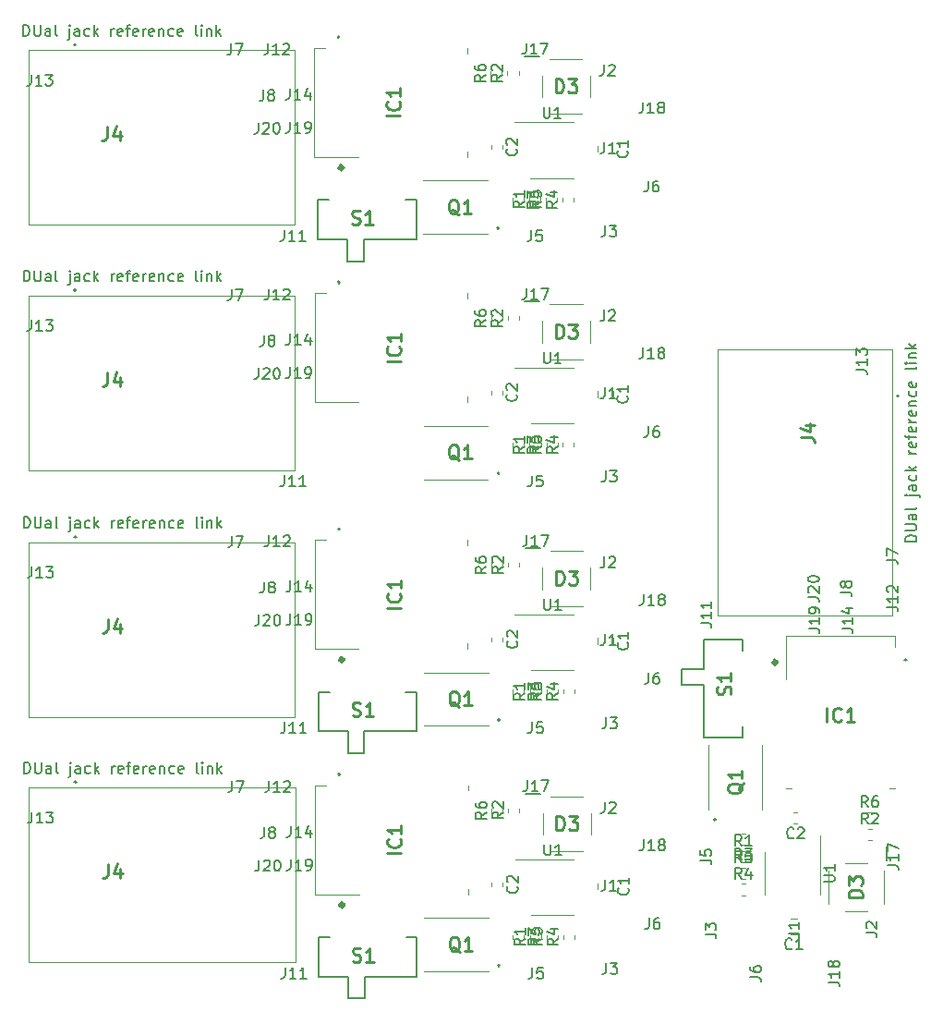
<source format=gbr>
G04 #@! TF.GenerationSoftware,KiCad,Pcbnew,(5.1.4)-1*
G04 #@! TF.CreationDate,2020-04-09T11:04:36+02:00*
G04 #@! TF.ProjectId,output.test_prod_sky,6f757470-7574-42e7-9465-73745f70726f,rev?*
G04 #@! TF.SameCoordinates,Original*
G04 #@! TF.FileFunction,Legend,Top*
G04 #@! TF.FilePolarity,Positive*
%FSLAX46Y46*%
G04 Gerber Fmt 4.6, Leading zero omitted, Abs format (unit mm)*
G04 Created by KiCad (PCBNEW (5.1.4)-1) date 2020-04-09 11:04:36*
%MOMM*%
%LPD*%
G04 APERTURE LIST*
%ADD10C,0.200000*%
%ADD11C,0.100000*%
%ADD12C,0.120000*%
%ADD13C,0.400000*%
%ADD14C,0.254000*%
%ADD15C,0.150000*%
G04 APERTURE END LIST*
D10*
X199230000Y-79100000D02*
G75*
G03X199230000Y-78900000I0J100000D01*
G01*
X199230000Y-78900000D02*
G75*
G03X199230000Y-79100000I0J-100000D01*
G01*
X199230000Y-78900000D02*
X199230000Y-78900000D01*
X199230000Y-79100000D02*
X199230000Y-79100000D01*
D11*
X198730000Y-99150000D02*
X182730000Y-99150000D01*
X198730000Y-74750000D02*
X198730000Y-99150000D01*
X182730000Y-74750000D02*
X198730000Y-74750000D01*
X182730000Y-99150000D02*
X182730000Y-74750000D01*
D10*
X182560000Y-117820000D02*
G75*
G03X182360000Y-117820000I-100000J0D01*
G01*
X182360000Y-117820000D02*
G75*
G03X182560000Y-117820000I100000J0D01*
G01*
X182360000Y-117820000D02*
X182360000Y-117820000D01*
X182560000Y-117820000D02*
X182560000Y-117820000D01*
D11*
X186810000Y-116865000D02*
X186810000Y-110975000D01*
X181910000Y-116865000D02*
X181910000Y-110975000D01*
D12*
X190031267Y-118180000D02*
X189688733Y-118180000D01*
X190031267Y-117160000D02*
X189688733Y-117160000D01*
D13*
X188134150Y-103411000D02*
G75*
G03X188134150Y-103411000I-164150J0D01*
G01*
D10*
X181410000Y-110310000D02*
X185010000Y-110310000D01*
X181410000Y-105510000D02*
X181410000Y-110310000D01*
X179410000Y-105510000D02*
X181410000Y-105510000D01*
X179410000Y-104010000D02*
X179410000Y-105510000D01*
X181410000Y-104010000D02*
X179410000Y-104010000D01*
X181410000Y-101310000D02*
X181410000Y-104010000D01*
X185010000Y-101310000D02*
X181410000Y-101310000D01*
X185010000Y-101310000D02*
X185010000Y-102310000D01*
X185010000Y-110310000D02*
X185010000Y-109310000D01*
D11*
X197935000Y-122530000D02*
X197935000Y-125530000D01*
X192885000Y-122530000D02*
X192885000Y-125530000D01*
X194410000Y-126230000D02*
X196410000Y-126230000D01*
X196410000Y-121830000D02*
X194410000Y-121830000D01*
D10*
X198185000Y-120255000D02*
X198185000Y-121605000D01*
D12*
X196493733Y-118680000D02*
X196836267Y-118680000D01*
X196493733Y-119700000D02*
X196836267Y-119700000D01*
X184898733Y-122220000D02*
X185241267Y-122220000D01*
X184898733Y-123240000D02*
X185241267Y-123240000D01*
X196478733Y-117140000D02*
X196821267Y-117140000D01*
X196478733Y-118160000D02*
X196821267Y-118160000D01*
X184898733Y-120690000D02*
X185241267Y-120690000D01*
X184898733Y-121710000D02*
X185241267Y-121710000D01*
D10*
X199860000Y-103180000D02*
G75*
G02X200060000Y-103180000I100000J0D01*
G01*
X200060000Y-103180000D02*
G75*
G02X199860000Y-103180000I-100000J0D01*
G01*
X200060000Y-103180000D02*
X200060000Y-103180000D01*
X199860000Y-103180000D02*
X199860000Y-103180000D01*
D11*
X198460000Y-114980000D02*
X198960000Y-114980000D01*
X189460000Y-114980000D02*
X188960000Y-114980000D01*
X198960000Y-100980000D02*
X198960000Y-101980000D01*
X188960000Y-100980000D02*
X198960000Y-100980000D01*
X188960000Y-104980000D02*
X188960000Y-100980000D01*
D12*
X184893733Y-123720000D02*
X185236267Y-123720000D01*
X184893733Y-124740000D02*
X185236267Y-124740000D01*
X189961252Y-126900000D02*
X189438748Y-126900000D01*
X189961252Y-128320000D02*
X189438748Y-128320000D01*
X185226267Y-120130000D02*
X184883733Y-120130000D01*
X185226267Y-119110000D02*
X184883733Y-119110000D01*
X187030000Y-122750000D02*
X187030000Y-124700000D01*
X187030000Y-122750000D02*
X187030000Y-120800000D01*
X192150000Y-122750000D02*
X192150000Y-124700000D01*
X192150000Y-122750000D02*
X192150000Y-119300000D01*
D10*
X123900000Y-69320000D02*
G75*
G03X123700000Y-69320000I-100000J0D01*
G01*
X123700000Y-69320000D02*
G75*
G03X123900000Y-69320000I100000J0D01*
G01*
X123700000Y-69320000D02*
X123700000Y-69320000D01*
X123900000Y-69320000D02*
X123900000Y-69320000D01*
D11*
X143950000Y-69820000D02*
X143950000Y-85820000D01*
X119550000Y-69820000D02*
X143950000Y-69820000D01*
X119550000Y-85820000D02*
X119550000Y-69820000D01*
X143950000Y-85820000D02*
X119550000Y-85820000D01*
D10*
X162620000Y-85990000D02*
G75*
G03X162620000Y-86190000I0J-100000D01*
G01*
X162620000Y-86190000D02*
G75*
G03X162620000Y-85990000I0J100000D01*
G01*
X162620000Y-86190000D02*
X162620000Y-86190000D01*
X162620000Y-85990000D02*
X162620000Y-85990000D01*
D11*
X161665000Y-81740000D02*
X155775000Y-81740000D01*
X161665000Y-86640000D02*
X155775000Y-86640000D01*
D12*
X162980000Y-78518733D02*
X162980000Y-78861267D01*
X161960000Y-78518733D02*
X161960000Y-78861267D01*
D11*
X167330000Y-70615000D02*
X170330000Y-70615000D01*
X167330000Y-75665000D02*
X170330000Y-75665000D01*
X171030000Y-74140000D02*
X171030000Y-72140000D01*
X166630000Y-72140000D02*
X166630000Y-74140000D01*
D10*
X165055000Y-70365000D02*
X166405000Y-70365000D01*
D12*
X163480000Y-72056267D02*
X163480000Y-71713733D01*
X164500000Y-72056267D02*
X164500000Y-71713733D01*
X167020000Y-83651267D02*
X167020000Y-83308733D01*
X168040000Y-83651267D02*
X168040000Y-83308733D01*
X161940000Y-72071267D02*
X161940000Y-71728733D01*
X162960000Y-72071267D02*
X162960000Y-71728733D01*
X165490000Y-83651267D02*
X165490000Y-83308733D01*
X166510000Y-83651267D02*
X166510000Y-83308733D01*
D10*
X147980000Y-68690000D02*
G75*
G02X147980000Y-68490000I0J100000D01*
G01*
X147980000Y-68490000D02*
G75*
G02X147980000Y-68690000I0J-100000D01*
G01*
X147980000Y-68490000D02*
X147980000Y-68490000D01*
X147980000Y-68690000D02*
X147980000Y-68690000D01*
D11*
X159780000Y-70090000D02*
X159780000Y-69590000D01*
X159780000Y-79090000D02*
X159780000Y-79590000D01*
X145780000Y-69590000D02*
X146780000Y-69590000D01*
X145780000Y-79590000D02*
X145780000Y-69590000D01*
X149780000Y-79590000D02*
X145780000Y-79590000D01*
D12*
X167525000Y-53925000D02*
X164075000Y-53925000D01*
X167525000Y-53925000D02*
X169475000Y-53925000D01*
X167525000Y-59045000D02*
X165575000Y-59045000D01*
X167525000Y-59045000D02*
X169475000Y-59045000D01*
X166485000Y-61176267D02*
X166485000Y-60833733D01*
X165465000Y-61176267D02*
X165465000Y-60833733D01*
X173095000Y-56113748D02*
X173095000Y-56636252D01*
X171675000Y-56113748D02*
X171675000Y-56636252D01*
X168520000Y-83656267D02*
X168520000Y-83313733D01*
X169540000Y-83656267D02*
X169540000Y-83313733D01*
X171700000Y-78588748D02*
X171700000Y-79111252D01*
X173120000Y-78588748D02*
X173120000Y-79111252D01*
D11*
X149755000Y-57115000D02*
X145755000Y-57115000D01*
X145755000Y-57115000D02*
X145755000Y-47115000D01*
X145755000Y-47115000D02*
X146755000Y-47115000D01*
X159755000Y-56615000D02*
X159755000Y-57115000D01*
X159755000Y-47615000D02*
X159755000Y-47115000D01*
D10*
X147955000Y-46215000D02*
X147955000Y-46215000D01*
X147955000Y-46015000D02*
X147955000Y-46015000D01*
X147955000Y-46015000D02*
G75*
G02X147955000Y-46215000I0J-100000D01*
G01*
X147955000Y-46215000D02*
G75*
G02X147955000Y-46015000I0J100000D01*
G01*
D12*
X164930000Y-83323733D02*
X164930000Y-83666267D01*
X163910000Y-83323733D02*
X163910000Y-83666267D01*
X167550000Y-81520000D02*
X169500000Y-81520000D01*
X167550000Y-81520000D02*
X165600000Y-81520000D01*
X167550000Y-76400000D02*
X169500000Y-76400000D01*
X167550000Y-76400000D02*
X164100000Y-76400000D01*
X163885000Y-60848733D02*
X163885000Y-61191267D01*
X164905000Y-60848733D02*
X164905000Y-61191267D01*
X169515000Y-61181267D02*
X169515000Y-60838733D01*
X168495000Y-61181267D02*
X168495000Y-60838733D01*
D11*
X161640000Y-64165000D02*
X155750000Y-64165000D01*
X161640000Y-59265000D02*
X155750000Y-59265000D01*
D10*
X162595000Y-63515000D02*
X162595000Y-63515000D01*
X162595000Y-63715000D02*
X162595000Y-63715000D01*
X162595000Y-63715000D02*
G75*
G03X162595000Y-63515000I0J100000D01*
G01*
X162595000Y-63515000D02*
G75*
G03X162595000Y-63715000I0J-100000D01*
G01*
D11*
X143925000Y-63345000D02*
X119525000Y-63345000D01*
X119525000Y-63345000D02*
X119525000Y-47345000D01*
X119525000Y-47345000D02*
X143925000Y-47345000D01*
X143925000Y-47345000D02*
X143925000Y-63345000D01*
D10*
X123875000Y-46845000D02*
X123875000Y-46845000D01*
X123675000Y-46845000D02*
X123675000Y-46845000D01*
X123675000Y-46845000D02*
G75*
G03X123875000Y-46845000I100000J0D01*
G01*
X123875000Y-46845000D02*
G75*
G03X123675000Y-46845000I-100000J0D01*
G01*
D12*
X162935000Y-49596267D02*
X162935000Y-49253733D01*
X161915000Y-49596267D02*
X161915000Y-49253733D01*
D10*
X155085000Y-61065000D02*
X154085000Y-61065000D01*
X146085000Y-61065000D02*
X147085000Y-61065000D01*
X146085000Y-61065000D02*
X146085000Y-64665000D01*
X146085000Y-64665000D02*
X148785000Y-64665000D01*
X148785000Y-64665000D02*
X148785000Y-66665000D01*
X148785000Y-66665000D02*
X150285000Y-66665000D01*
X150285000Y-66665000D02*
X150285000Y-64665000D01*
X150285000Y-64665000D02*
X155085000Y-64665000D01*
X155085000Y-64665000D02*
X155085000Y-61065000D01*
D13*
X148350150Y-58105000D02*
G75*
G03X148350150Y-58105000I-164150J0D01*
G01*
D12*
X168015000Y-61176267D02*
X168015000Y-60833733D01*
X166995000Y-61176267D02*
X166995000Y-60833733D01*
X164475000Y-49581267D02*
X164475000Y-49238733D01*
X163455000Y-49581267D02*
X163455000Y-49238733D01*
X161935000Y-56043733D02*
X161935000Y-56386267D01*
X162955000Y-56043733D02*
X162955000Y-56386267D01*
D10*
X165030000Y-47890000D02*
X166380000Y-47890000D01*
D11*
X166605000Y-49665000D02*
X166605000Y-51665000D01*
X171005000Y-51665000D02*
X171005000Y-49665000D01*
X167305000Y-53190000D02*
X170305000Y-53190000D01*
X167305000Y-48140000D02*
X170305000Y-48140000D01*
D10*
X123925000Y-91920000D02*
G75*
G03X123725000Y-91920000I-100000J0D01*
G01*
X123725000Y-91920000D02*
G75*
G03X123925000Y-91920000I100000J0D01*
G01*
X123725000Y-91920000D02*
X123725000Y-91920000D01*
X123925000Y-91920000D02*
X123925000Y-91920000D01*
D11*
X143975000Y-92420000D02*
X143975000Y-108420000D01*
X119575000Y-92420000D02*
X143975000Y-92420000D01*
X119575000Y-108420000D02*
X119575000Y-92420000D01*
X143975000Y-108420000D02*
X119575000Y-108420000D01*
D10*
X162645000Y-108590000D02*
G75*
G03X162645000Y-108790000I0J-100000D01*
G01*
X162645000Y-108790000D02*
G75*
G03X162645000Y-108590000I0J100000D01*
G01*
X162645000Y-108790000D02*
X162645000Y-108790000D01*
X162645000Y-108590000D02*
X162645000Y-108590000D01*
D11*
X161690000Y-104340000D02*
X155800000Y-104340000D01*
X161690000Y-109240000D02*
X155800000Y-109240000D01*
D12*
X163005000Y-101118733D02*
X163005000Y-101461267D01*
X161985000Y-101118733D02*
X161985000Y-101461267D01*
D13*
X148400150Y-103180000D02*
G75*
G03X148400150Y-103180000I-164150J0D01*
G01*
D10*
X155135000Y-109740000D02*
X155135000Y-106140000D01*
X150335000Y-109740000D02*
X155135000Y-109740000D01*
X150335000Y-111740000D02*
X150335000Y-109740000D01*
X148835000Y-111740000D02*
X150335000Y-111740000D01*
X148835000Y-109740000D02*
X148835000Y-111740000D01*
X146135000Y-109740000D02*
X148835000Y-109740000D01*
X146135000Y-106140000D02*
X146135000Y-109740000D01*
X146135000Y-106140000D02*
X147135000Y-106140000D01*
X155135000Y-106140000D02*
X154135000Y-106140000D01*
D11*
X167355000Y-93215000D02*
X170355000Y-93215000D01*
X167355000Y-98265000D02*
X170355000Y-98265000D01*
X171055000Y-96740000D02*
X171055000Y-94740000D01*
X166655000Y-94740000D02*
X166655000Y-96740000D01*
D10*
X165080000Y-92965000D02*
X166430000Y-92965000D01*
D12*
X163505000Y-94656267D02*
X163505000Y-94313733D01*
X164525000Y-94656267D02*
X164525000Y-94313733D01*
X167045000Y-106251267D02*
X167045000Y-105908733D01*
X168065000Y-106251267D02*
X168065000Y-105908733D01*
X161965000Y-94671267D02*
X161965000Y-94328733D01*
X162985000Y-94671267D02*
X162985000Y-94328733D01*
X165515000Y-106251267D02*
X165515000Y-105908733D01*
X166535000Y-106251267D02*
X166535000Y-105908733D01*
D10*
X148005000Y-91290000D02*
G75*
G02X148005000Y-91090000I0J100000D01*
G01*
X148005000Y-91090000D02*
G75*
G02X148005000Y-91290000I0J-100000D01*
G01*
X148005000Y-91090000D02*
X148005000Y-91090000D01*
X148005000Y-91290000D02*
X148005000Y-91290000D01*
D11*
X159805000Y-92690000D02*
X159805000Y-92190000D01*
X159805000Y-101690000D02*
X159805000Y-102190000D01*
X145805000Y-92190000D02*
X146805000Y-92190000D01*
X145805000Y-102190000D02*
X145805000Y-92190000D01*
X149805000Y-102190000D02*
X145805000Y-102190000D01*
D12*
X168545000Y-106256267D02*
X168545000Y-105913733D01*
X169565000Y-106256267D02*
X169565000Y-105913733D01*
X171725000Y-101188748D02*
X171725000Y-101711252D01*
X173145000Y-101188748D02*
X173145000Y-101711252D01*
X164955000Y-105923733D02*
X164955000Y-106266267D01*
X163935000Y-105923733D02*
X163935000Y-106266267D01*
X167575000Y-104120000D02*
X169525000Y-104120000D01*
X167575000Y-104120000D02*
X165625000Y-104120000D01*
X167575000Y-99000000D02*
X169525000Y-99000000D01*
X167575000Y-99000000D02*
X164125000Y-99000000D01*
D11*
X161715000Y-131715000D02*
X155825000Y-131715000D01*
X161715000Y-126815000D02*
X155825000Y-126815000D01*
D10*
X162670000Y-131065000D02*
X162670000Y-131065000D01*
X162670000Y-131265000D02*
X162670000Y-131265000D01*
X162670000Y-131265000D02*
G75*
G03X162670000Y-131065000I0J100000D01*
G01*
X162670000Y-131065000D02*
G75*
G03X162670000Y-131265000I0J-100000D01*
G01*
D11*
X144000000Y-130895000D02*
X119600000Y-130895000D01*
X119600000Y-130895000D02*
X119600000Y-114895000D01*
X119600000Y-114895000D02*
X144000000Y-114895000D01*
X144000000Y-114895000D02*
X144000000Y-130895000D01*
D10*
X123950000Y-114395000D02*
X123950000Y-114395000D01*
X123750000Y-114395000D02*
X123750000Y-114395000D01*
X123750000Y-114395000D02*
G75*
G03X123950000Y-114395000I100000J0D01*
G01*
X123950000Y-114395000D02*
G75*
G03X123750000Y-114395000I-100000J0D01*
G01*
D11*
X149830000Y-124665000D02*
X145830000Y-124665000D01*
X145830000Y-124665000D02*
X145830000Y-114665000D01*
X145830000Y-114665000D02*
X146830000Y-114665000D01*
X159830000Y-124165000D02*
X159830000Y-124665000D01*
X159830000Y-115165000D02*
X159830000Y-114665000D01*
D10*
X148030000Y-113765000D02*
X148030000Y-113765000D01*
X148030000Y-113565000D02*
X148030000Y-113565000D01*
X148030000Y-113565000D02*
G75*
G02X148030000Y-113765000I0J-100000D01*
G01*
X148030000Y-113765000D02*
G75*
G02X148030000Y-113565000I0J100000D01*
G01*
D12*
X163960000Y-128398733D02*
X163960000Y-128741267D01*
X164980000Y-128398733D02*
X164980000Y-128741267D01*
X164550000Y-117131267D02*
X164550000Y-116788733D01*
X163530000Y-117131267D02*
X163530000Y-116788733D01*
X166560000Y-128726267D02*
X166560000Y-128383733D01*
X165540000Y-128726267D02*
X165540000Y-128383733D01*
X163010000Y-117146267D02*
X163010000Y-116803733D01*
X161990000Y-117146267D02*
X161990000Y-116803733D01*
X168090000Y-128726267D02*
X168090000Y-128383733D01*
X167070000Y-128726267D02*
X167070000Y-128383733D01*
X169590000Y-128731267D02*
X169590000Y-128388733D01*
X168570000Y-128731267D02*
X168570000Y-128388733D01*
X173170000Y-123663748D02*
X173170000Y-124186252D01*
X171750000Y-123663748D02*
X171750000Y-124186252D01*
D10*
X165105000Y-115440000D02*
X166455000Y-115440000D01*
D11*
X166680000Y-117215000D02*
X166680000Y-119215000D01*
X171080000Y-119215000D02*
X171080000Y-117215000D01*
X167380000Y-120740000D02*
X170380000Y-120740000D01*
X167380000Y-115690000D02*
X170380000Y-115690000D01*
D10*
X155160000Y-128615000D02*
X154160000Y-128615000D01*
X146160000Y-128615000D02*
X147160000Y-128615000D01*
X146160000Y-128615000D02*
X146160000Y-132215000D01*
X146160000Y-132215000D02*
X148860000Y-132215000D01*
X148860000Y-132215000D02*
X148860000Y-134215000D01*
X148860000Y-134215000D02*
X150360000Y-134215000D01*
X150360000Y-134215000D02*
X150360000Y-132215000D01*
X150360000Y-132215000D02*
X155160000Y-132215000D01*
X155160000Y-132215000D02*
X155160000Y-128615000D01*
D13*
X148425150Y-125655000D02*
G75*
G03X148425150Y-125655000I-164150J0D01*
G01*
D12*
X167600000Y-121475000D02*
X164150000Y-121475000D01*
X167600000Y-121475000D02*
X169550000Y-121475000D01*
X167600000Y-126595000D02*
X165650000Y-126595000D01*
X167600000Y-126595000D02*
X169550000Y-126595000D01*
X162010000Y-123593733D02*
X162010000Y-123936267D01*
X163030000Y-123593733D02*
X163030000Y-123936267D01*
D14*
X190334523Y-82823333D02*
X191241666Y-82823333D01*
X191423095Y-82883809D01*
X191544047Y-83004761D01*
X191604523Y-83186190D01*
X191604523Y-83307142D01*
X190757857Y-81674285D02*
X191604523Y-81674285D01*
X190274047Y-81976666D02*
X191181190Y-82279047D01*
X191181190Y-81492857D01*
D15*
X200946380Y-92341809D02*
X199946380Y-92341809D01*
X199946380Y-92103714D01*
X199994000Y-91960857D01*
X200089238Y-91865619D01*
X200184476Y-91818000D01*
X200374952Y-91770380D01*
X200517809Y-91770380D01*
X200708285Y-91818000D01*
X200803523Y-91865619D01*
X200898761Y-91960857D01*
X200946380Y-92103714D01*
X200946380Y-92341809D01*
X199946380Y-91341809D02*
X200755904Y-91341809D01*
X200851142Y-91294190D01*
X200898761Y-91246571D01*
X200946380Y-91151333D01*
X200946380Y-90960857D01*
X200898761Y-90865619D01*
X200851142Y-90818000D01*
X200755904Y-90770380D01*
X199946380Y-90770380D01*
X200946380Y-89865619D02*
X200422571Y-89865619D01*
X200327333Y-89913238D01*
X200279714Y-90008476D01*
X200279714Y-90198952D01*
X200327333Y-90294190D01*
X200898761Y-89865619D02*
X200946380Y-89960857D01*
X200946380Y-90198952D01*
X200898761Y-90294190D01*
X200803523Y-90341809D01*
X200708285Y-90341809D01*
X200613047Y-90294190D01*
X200565428Y-90198952D01*
X200565428Y-89960857D01*
X200517809Y-89865619D01*
X200946380Y-89246571D02*
X200898761Y-89341809D01*
X200803523Y-89389428D01*
X199946380Y-89389428D01*
X200279714Y-88103714D02*
X201136857Y-88103714D01*
X201232095Y-88151333D01*
X201279714Y-88246571D01*
X201279714Y-88294190D01*
X199946380Y-88103714D02*
X199994000Y-88151333D01*
X200041619Y-88103714D01*
X199994000Y-88056095D01*
X199946380Y-88103714D01*
X200041619Y-88103714D01*
X200946380Y-87198952D02*
X200422571Y-87198952D01*
X200327333Y-87246571D01*
X200279714Y-87341809D01*
X200279714Y-87532285D01*
X200327333Y-87627523D01*
X200898761Y-87198952D02*
X200946380Y-87294190D01*
X200946380Y-87532285D01*
X200898761Y-87627523D01*
X200803523Y-87675142D01*
X200708285Y-87675142D01*
X200613047Y-87627523D01*
X200565428Y-87532285D01*
X200565428Y-87294190D01*
X200517809Y-87198952D01*
X200898761Y-86294190D02*
X200946380Y-86389428D01*
X200946380Y-86579904D01*
X200898761Y-86675142D01*
X200851142Y-86722761D01*
X200755904Y-86770380D01*
X200470190Y-86770380D01*
X200374952Y-86722761D01*
X200327333Y-86675142D01*
X200279714Y-86579904D01*
X200279714Y-86389428D01*
X200327333Y-86294190D01*
X200946380Y-85865619D02*
X199946380Y-85865619D01*
X200565428Y-85770380D02*
X200946380Y-85484666D01*
X200279714Y-85484666D02*
X200660666Y-85865619D01*
X200946380Y-84294190D02*
X200279714Y-84294190D01*
X200470190Y-84294190D02*
X200374952Y-84246571D01*
X200327333Y-84198952D01*
X200279714Y-84103714D01*
X200279714Y-84008476D01*
X200898761Y-83294190D02*
X200946380Y-83389428D01*
X200946380Y-83579904D01*
X200898761Y-83675142D01*
X200803523Y-83722761D01*
X200422571Y-83722761D01*
X200327333Y-83675142D01*
X200279714Y-83579904D01*
X200279714Y-83389428D01*
X200327333Y-83294190D01*
X200422571Y-83246571D01*
X200517809Y-83246571D01*
X200613047Y-83722761D01*
X200279714Y-82960857D02*
X200279714Y-82579904D01*
X200946380Y-82818000D02*
X200089238Y-82818000D01*
X199994000Y-82770380D01*
X199946380Y-82675142D01*
X199946380Y-82579904D01*
X200898761Y-81865619D02*
X200946380Y-81960857D01*
X200946380Y-82151333D01*
X200898761Y-82246571D01*
X200803523Y-82294190D01*
X200422571Y-82294190D01*
X200327333Y-82246571D01*
X200279714Y-82151333D01*
X200279714Y-81960857D01*
X200327333Y-81865619D01*
X200422571Y-81818000D01*
X200517809Y-81818000D01*
X200613047Y-82294190D01*
X200946380Y-81389428D02*
X200279714Y-81389428D01*
X200470190Y-81389428D02*
X200374952Y-81341809D01*
X200327333Y-81294190D01*
X200279714Y-81198952D01*
X200279714Y-81103714D01*
X200898761Y-80389428D02*
X200946380Y-80484666D01*
X200946380Y-80675142D01*
X200898761Y-80770380D01*
X200803523Y-80818000D01*
X200422571Y-80818000D01*
X200327333Y-80770380D01*
X200279714Y-80675142D01*
X200279714Y-80484666D01*
X200327333Y-80389428D01*
X200422571Y-80341809D01*
X200517809Y-80341809D01*
X200613047Y-80818000D01*
X200279714Y-79913238D02*
X200946380Y-79913238D01*
X200374952Y-79913238D02*
X200327333Y-79865619D01*
X200279714Y-79770380D01*
X200279714Y-79627523D01*
X200327333Y-79532285D01*
X200422571Y-79484666D01*
X200946380Y-79484666D01*
X200898761Y-78579904D02*
X200946380Y-78675142D01*
X200946380Y-78865619D01*
X200898761Y-78960857D01*
X200851142Y-79008476D01*
X200755904Y-79056095D01*
X200470190Y-79056095D01*
X200374952Y-79008476D01*
X200327333Y-78960857D01*
X200279714Y-78865619D01*
X200279714Y-78675142D01*
X200327333Y-78579904D01*
X200898761Y-77770380D02*
X200946380Y-77865619D01*
X200946380Y-78056095D01*
X200898761Y-78151333D01*
X200803523Y-78198952D01*
X200422571Y-78198952D01*
X200327333Y-78151333D01*
X200279714Y-78056095D01*
X200279714Y-77865619D01*
X200327333Y-77770380D01*
X200422571Y-77722761D01*
X200517809Y-77722761D01*
X200613047Y-78198952D01*
X200946380Y-76389428D02*
X200898761Y-76484666D01*
X200803523Y-76532285D01*
X199946380Y-76532285D01*
X200946380Y-76008476D02*
X200279714Y-76008476D01*
X199946380Y-76008476D02*
X199994000Y-76056095D01*
X200041619Y-76008476D01*
X199994000Y-75960857D01*
X199946380Y-76008476D01*
X200041619Y-76008476D01*
X200279714Y-75532285D02*
X200946380Y-75532285D01*
X200374952Y-75532285D02*
X200327333Y-75484666D01*
X200279714Y-75389428D01*
X200279714Y-75246571D01*
X200327333Y-75151333D01*
X200422571Y-75103714D01*
X200946380Y-75103714D01*
X200946380Y-74627523D02*
X199946380Y-74627523D01*
X200565428Y-74532285D02*
X200946380Y-74246571D01*
X200279714Y-74246571D02*
X200660666Y-74627523D01*
X185682380Y-132233333D02*
X186396666Y-132233333D01*
X186539523Y-132280952D01*
X186634761Y-132376190D01*
X186682380Y-132519047D01*
X186682380Y-132614285D01*
X185682380Y-131328571D02*
X185682380Y-131519047D01*
X185730000Y-131614285D01*
X185777619Y-131661904D01*
X185920476Y-131757142D01*
X186110952Y-131804761D01*
X186491904Y-131804761D01*
X186587142Y-131757142D01*
X186634761Y-131709523D01*
X186682380Y-131614285D01*
X186682380Y-131423809D01*
X186634761Y-131328571D01*
X186587142Y-131280952D01*
X186491904Y-131233333D01*
X186253809Y-131233333D01*
X186158571Y-131280952D01*
X186110952Y-131328571D01*
X186063333Y-131423809D01*
X186063333Y-131614285D01*
X186110952Y-131709523D01*
X186158571Y-131757142D01*
X186253809Y-131804761D01*
D14*
X185055476Y-114457952D02*
X184995000Y-114578904D01*
X184874047Y-114699857D01*
X184692619Y-114881285D01*
X184632142Y-115002238D01*
X184632142Y-115123190D01*
X184934523Y-115062714D02*
X184874047Y-115183666D01*
X184753095Y-115304619D01*
X184511190Y-115365095D01*
X184087857Y-115365095D01*
X183845952Y-115304619D01*
X183725000Y-115183666D01*
X183664523Y-115062714D01*
X183664523Y-114820809D01*
X183725000Y-114699857D01*
X183845952Y-114578904D01*
X184087857Y-114518428D01*
X184511190Y-114518428D01*
X184753095Y-114578904D01*
X184874047Y-114699857D01*
X184934523Y-114820809D01*
X184934523Y-115062714D01*
X184934523Y-113308904D02*
X184934523Y-114034619D01*
X184934523Y-113671761D02*
X183664523Y-113671761D01*
X183845952Y-113792714D01*
X183966904Y-113913666D01*
X184027380Y-114034619D01*
D15*
X181152380Y-121543333D02*
X181866666Y-121543333D01*
X182009523Y-121590952D01*
X182104761Y-121686190D01*
X182152380Y-121829047D01*
X182152380Y-121924285D01*
X181152380Y-120590952D02*
X181152380Y-121067142D01*
X181628571Y-121114761D01*
X181580952Y-121067142D01*
X181533333Y-120971904D01*
X181533333Y-120733809D01*
X181580952Y-120638571D01*
X181628571Y-120590952D01*
X181723809Y-120543333D01*
X181961904Y-120543333D01*
X182057142Y-120590952D01*
X182104761Y-120638571D01*
X182152380Y-120733809D01*
X182152380Y-120971904D01*
X182104761Y-121067142D01*
X182057142Y-121114761D01*
X198252380Y-98349523D02*
X198966666Y-98349523D01*
X199109523Y-98397142D01*
X199204761Y-98492380D01*
X199252380Y-98635238D01*
X199252380Y-98730476D01*
X199252380Y-97349523D02*
X199252380Y-97920952D01*
X199252380Y-97635238D02*
X198252380Y-97635238D01*
X198395238Y-97730476D01*
X198490476Y-97825714D01*
X198538095Y-97920952D01*
X198347619Y-96968571D02*
X198300000Y-96920952D01*
X198252380Y-96825714D01*
X198252380Y-96587619D01*
X198300000Y-96492380D01*
X198347619Y-96444761D01*
X198442857Y-96397142D01*
X198538095Y-96397142D01*
X198680952Y-96444761D01*
X199252380Y-97016190D01*
X199252380Y-96397142D01*
X198232380Y-94033333D02*
X198946666Y-94033333D01*
X199089523Y-94080952D01*
X199184761Y-94176190D01*
X199232380Y-94319047D01*
X199232380Y-94414285D01*
X198232380Y-93652380D02*
X198232380Y-92985714D01*
X199232380Y-93414285D01*
X181162380Y-99829523D02*
X181876666Y-99829523D01*
X182019523Y-99877142D01*
X182114761Y-99972380D01*
X182162380Y-100115238D01*
X182162380Y-100210476D01*
X182162380Y-98829523D02*
X182162380Y-99400952D01*
X182162380Y-99115238D02*
X181162380Y-99115238D01*
X181305238Y-99210476D01*
X181400476Y-99305714D01*
X181448095Y-99400952D01*
X182162380Y-97877142D02*
X182162380Y-98448571D01*
X182162380Y-98162857D02*
X181162380Y-98162857D01*
X181305238Y-98258095D01*
X181400476Y-98353333D01*
X181448095Y-98448571D01*
X194006380Y-96975333D02*
X194720666Y-96975333D01*
X194863523Y-97022952D01*
X194958761Y-97118190D01*
X195006380Y-97261047D01*
X195006380Y-97356285D01*
X194434952Y-96356285D02*
X194387333Y-96451523D01*
X194339714Y-96499142D01*
X194244476Y-96546761D01*
X194196857Y-96546761D01*
X194101619Y-96499142D01*
X194054000Y-96451523D01*
X194006380Y-96356285D01*
X194006380Y-96165809D01*
X194054000Y-96070571D01*
X194101619Y-96022952D01*
X194196857Y-95975333D01*
X194244476Y-95975333D01*
X194339714Y-96022952D01*
X194387333Y-96070571D01*
X194434952Y-96165809D01*
X194434952Y-96356285D01*
X194482571Y-96451523D01*
X194530190Y-96499142D01*
X194625428Y-96546761D01*
X194815904Y-96546761D01*
X194911142Y-96499142D01*
X194958761Y-96451523D01*
X195006380Y-96356285D01*
X195006380Y-96165809D01*
X194958761Y-96070571D01*
X194911142Y-96022952D01*
X194815904Y-95975333D01*
X194625428Y-95975333D01*
X194530190Y-96022952D01*
X194482571Y-96070571D01*
X194434952Y-96165809D01*
X192872380Y-132709523D02*
X193586666Y-132709523D01*
X193729523Y-132757142D01*
X193824761Y-132852380D01*
X193872380Y-132995238D01*
X193872380Y-133090476D01*
X193872380Y-131709523D02*
X193872380Y-132280952D01*
X193872380Y-131995238D02*
X192872380Y-131995238D01*
X193015238Y-132090476D01*
X193110476Y-132185714D01*
X193158095Y-132280952D01*
X193300952Y-131138095D02*
X193253333Y-131233333D01*
X193205714Y-131280952D01*
X193110476Y-131328571D01*
X193062857Y-131328571D01*
X192967619Y-131280952D01*
X192920000Y-131233333D01*
X192872380Y-131138095D01*
X192872380Y-130947619D01*
X192920000Y-130852380D01*
X192967619Y-130804761D01*
X193062857Y-130757142D01*
X193110476Y-130757142D01*
X193205714Y-130804761D01*
X193253333Y-130852380D01*
X193300952Y-130947619D01*
X193300952Y-131138095D01*
X193348571Y-131233333D01*
X193396190Y-131280952D01*
X193491428Y-131328571D01*
X193681904Y-131328571D01*
X193777142Y-131280952D01*
X193824761Y-131233333D01*
X193872380Y-131138095D01*
X193872380Y-130947619D01*
X193824761Y-130852380D01*
X193777142Y-130804761D01*
X193681904Y-130757142D01*
X193491428Y-130757142D01*
X193396190Y-130804761D01*
X193348571Y-130852380D01*
X193300952Y-130947619D01*
X195402380Y-76619523D02*
X196116666Y-76619523D01*
X196259523Y-76667142D01*
X196354761Y-76762380D01*
X196402380Y-76905238D01*
X196402380Y-77000476D01*
X196402380Y-75619523D02*
X196402380Y-76190952D01*
X196402380Y-75905238D02*
X195402380Y-75905238D01*
X195545238Y-76000476D01*
X195640476Y-76095714D01*
X195688095Y-76190952D01*
X195402380Y-75286190D02*
X195402380Y-74667142D01*
X195783333Y-75000476D01*
X195783333Y-74857619D01*
X195830952Y-74762380D01*
X195878571Y-74714761D01*
X195973809Y-74667142D01*
X196211904Y-74667142D01*
X196307142Y-74714761D01*
X196354761Y-74762380D01*
X196402380Y-74857619D01*
X196402380Y-75143333D01*
X196354761Y-75238571D01*
X196307142Y-75286190D01*
X191006380Y-97451523D02*
X191720666Y-97451523D01*
X191863523Y-97499142D01*
X191958761Y-97594380D01*
X192006380Y-97737238D01*
X192006380Y-97832476D01*
X191101619Y-97022952D02*
X191054000Y-96975333D01*
X191006380Y-96880095D01*
X191006380Y-96642000D01*
X191054000Y-96546761D01*
X191101619Y-96499142D01*
X191196857Y-96451523D01*
X191292095Y-96451523D01*
X191434952Y-96499142D01*
X192006380Y-97070571D01*
X192006380Y-96451523D01*
X191006380Y-95832476D02*
X191006380Y-95737238D01*
X191054000Y-95642000D01*
X191101619Y-95594380D01*
X191196857Y-95546761D01*
X191387333Y-95499142D01*
X191625428Y-95499142D01*
X191815904Y-95546761D01*
X191911142Y-95594380D01*
X191958761Y-95642000D01*
X192006380Y-95737238D01*
X192006380Y-95832476D01*
X191958761Y-95927714D01*
X191911142Y-95975333D01*
X191815904Y-96022952D01*
X191625428Y-96070571D01*
X191387333Y-96070571D01*
X191196857Y-96022952D01*
X191101619Y-95975333D01*
X191054000Y-95927714D01*
X191006380Y-95832476D01*
X198292380Y-122009523D02*
X199006666Y-122009523D01*
X199149523Y-122057142D01*
X199244761Y-122152380D01*
X199292380Y-122295238D01*
X199292380Y-122390476D01*
X199292380Y-121009523D02*
X199292380Y-121580952D01*
X199292380Y-121295238D02*
X198292380Y-121295238D01*
X198435238Y-121390476D01*
X198530476Y-121485714D01*
X198578095Y-121580952D01*
X198292380Y-120676190D02*
X198292380Y-120009523D01*
X199292380Y-120438095D01*
X189693333Y-119457142D02*
X189645714Y-119504761D01*
X189502857Y-119552380D01*
X189407619Y-119552380D01*
X189264761Y-119504761D01*
X189169523Y-119409523D01*
X189121904Y-119314285D01*
X189074285Y-119123809D01*
X189074285Y-118980952D01*
X189121904Y-118790476D01*
X189169523Y-118695238D01*
X189264761Y-118600000D01*
X189407619Y-118552380D01*
X189502857Y-118552380D01*
X189645714Y-118600000D01*
X189693333Y-118647619D01*
X190074285Y-118647619D02*
X190121904Y-118600000D01*
X190217142Y-118552380D01*
X190455238Y-118552380D01*
X190550476Y-118600000D01*
X190598095Y-118647619D01*
X190645714Y-118742857D01*
X190645714Y-118838095D01*
X190598095Y-118980952D01*
X190026666Y-119552380D01*
X190645714Y-119552380D01*
D14*
X183877047Y-106347619D02*
X183937523Y-106166190D01*
X183937523Y-105863809D01*
X183877047Y-105742857D01*
X183816571Y-105682380D01*
X183695619Y-105621904D01*
X183574666Y-105621904D01*
X183453714Y-105682380D01*
X183393238Y-105742857D01*
X183332761Y-105863809D01*
X183272285Y-106105714D01*
X183211809Y-106226666D01*
X183151333Y-106287142D01*
X183030380Y-106347619D01*
X182909428Y-106347619D01*
X182788476Y-106287142D01*
X182728000Y-106226666D01*
X182667523Y-106105714D01*
X182667523Y-105803333D01*
X182728000Y-105621904D01*
X183937523Y-104412380D02*
X183937523Y-105138095D01*
X183937523Y-104775238D02*
X182667523Y-104775238D01*
X182848952Y-104896190D01*
X182969904Y-105017142D01*
X183030380Y-105138095D01*
X195984523Y-124967380D02*
X194714523Y-124967380D01*
X194714523Y-124665000D01*
X194775000Y-124483571D01*
X194895952Y-124362619D01*
X195016904Y-124302142D01*
X195258809Y-124241666D01*
X195440238Y-124241666D01*
X195682142Y-124302142D01*
X195803095Y-124362619D01*
X195924047Y-124483571D01*
X195984523Y-124665000D01*
X195984523Y-124967380D01*
X194714523Y-123818333D02*
X194714523Y-123032142D01*
X195198333Y-123455476D01*
X195198333Y-123274047D01*
X195258809Y-123153095D01*
X195319285Y-123092619D01*
X195440238Y-123032142D01*
X195742619Y-123032142D01*
X195863571Y-123092619D01*
X195924047Y-123153095D01*
X195984523Y-123274047D01*
X195984523Y-123636904D01*
X195924047Y-123757857D01*
X195863571Y-123818333D01*
D15*
X196498333Y-118212380D02*
X196165000Y-117736190D01*
X195926904Y-118212380D02*
X195926904Y-117212380D01*
X196307857Y-117212380D01*
X196403095Y-117260000D01*
X196450714Y-117307619D01*
X196498333Y-117402857D01*
X196498333Y-117545714D01*
X196450714Y-117640952D01*
X196403095Y-117688571D01*
X196307857Y-117736190D01*
X195926904Y-117736190D01*
X196879285Y-117307619D02*
X196926904Y-117260000D01*
X197022142Y-117212380D01*
X197260238Y-117212380D01*
X197355476Y-117260000D01*
X197403095Y-117307619D01*
X197450714Y-117402857D01*
X197450714Y-117498095D01*
X197403095Y-117640952D01*
X196831666Y-118212380D01*
X197450714Y-118212380D01*
X184903333Y-121752380D02*
X184570000Y-121276190D01*
X184331904Y-121752380D02*
X184331904Y-120752380D01*
X184712857Y-120752380D01*
X184808095Y-120800000D01*
X184855714Y-120847619D01*
X184903333Y-120942857D01*
X184903333Y-121085714D01*
X184855714Y-121180952D01*
X184808095Y-121228571D01*
X184712857Y-121276190D01*
X184331904Y-121276190D01*
X185808095Y-120752380D02*
X185331904Y-120752380D01*
X185284285Y-121228571D01*
X185331904Y-121180952D01*
X185427142Y-121133333D01*
X185665238Y-121133333D01*
X185760476Y-121180952D01*
X185808095Y-121228571D01*
X185855714Y-121323809D01*
X185855714Y-121561904D01*
X185808095Y-121657142D01*
X185760476Y-121704761D01*
X185665238Y-121752380D01*
X185427142Y-121752380D01*
X185331904Y-121704761D01*
X185284285Y-121657142D01*
X196483333Y-116672380D02*
X196150000Y-116196190D01*
X195911904Y-116672380D02*
X195911904Y-115672380D01*
X196292857Y-115672380D01*
X196388095Y-115720000D01*
X196435714Y-115767619D01*
X196483333Y-115862857D01*
X196483333Y-116005714D01*
X196435714Y-116100952D01*
X196388095Y-116148571D01*
X196292857Y-116196190D01*
X195911904Y-116196190D01*
X197340476Y-115672380D02*
X197150000Y-115672380D01*
X197054761Y-115720000D01*
X197007142Y-115767619D01*
X196911904Y-115910476D01*
X196864285Y-116100952D01*
X196864285Y-116481904D01*
X196911904Y-116577142D01*
X196959523Y-116624761D01*
X197054761Y-116672380D01*
X197245238Y-116672380D01*
X197340476Y-116624761D01*
X197388095Y-116577142D01*
X197435714Y-116481904D01*
X197435714Y-116243809D01*
X197388095Y-116148571D01*
X197340476Y-116100952D01*
X197245238Y-116053333D01*
X197054761Y-116053333D01*
X196959523Y-116100952D01*
X196911904Y-116148571D01*
X196864285Y-116243809D01*
X184903333Y-120222380D02*
X184570000Y-119746190D01*
X184331904Y-120222380D02*
X184331904Y-119222380D01*
X184712857Y-119222380D01*
X184808095Y-119270000D01*
X184855714Y-119317619D01*
X184903333Y-119412857D01*
X184903333Y-119555714D01*
X184855714Y-119650952D01*
X184808095Y-119698571D01*
X184712857Y-119746190D01*
X184331904Y-119746190D01*
X185855714Y-120222380D02*
X185284285Y-120222380D01*
X185570000Y-120222380D02*
X185570000Y-119222380D01*
X185474761Y-119365238D01*
X185379523Y-119460476D01*
X185284285Y-119508095D01*
D14*
X192720238Y-108854523D02*
X192720238Y-107584523D01*
X194050714Y-108733571D02*
X193990238Y-108794047D01*
X193808809Y-108854523D01*
X193687857Y-108854523D01*
X193506428Y-108794047D01*
X193385476Y-108673095D01*
X193325000Y-108552142D01*
X193264523Y-108310238D01*
X193264523Y-108128809D01*
X193325000Y-107886904D01*
X193385476Y-107765952D01*
X193506428Y-107645000D01*
X193687857Y-107584523D01*
X193808809Y-107584523D01*
X193990238Y-107645000D01*
X194050714Y-107705476D01*
X195260238Y-108854523D02*
X194534523Y-108854523D01*
X194897380Y-108854523D02*
X194897380Y-107584523D01*
X194776428Y-107765952D01*
X194655476Y-107886904D01*
X194534523Y-107947380D01*
D15*
X191064380Y-100333523D02*
X191778666Y-100333523D01*
X191921523Y-100381142D01*
X192016761Y-100476380D01*
X192064380Y-100619238D01*
X192064380Y-100714476D01*
X192064380Y-99333523D02*
X192064380Y-99904952D01*
X192064380Y-99619238D02*
X191064380Y-99619238D01*
X191207238Y-99714476D01*
X191302476Y-99809714D01*
X191350095Y-99904952D01*
X192064380Y-98857333D02*
X192064380Y-98666857D01*
X192016761Y-98571619D01*
X191969142Y-98524000D01*
X191826285Y-98428761D01*
X191635809Y-98381142D01*
X191254857Y-98381142D01*
X191159619Y-98428761D01*
X191112000Y-98476380D01*
X191064380Y-98571619D01*
X191064380Y-98762095D01*
X191112000Y-98857333D01*
X191159619Y-98904952D01*
X191254857Y-98952571D01*
X191492952Y-98952571D01*
X191588190Y-98904952D01*
X191635809Y-98857333D01*
X191683428Y-98762095D01*
X191683428Y-98571619D01*
X191635809Y-98476380D01*
X191588190Y-98428761D01*
X191492952Y-98381142D01*
X194114380Y-100333523D02*
X194828666Y-100333523D01*
X194971523Y-100381142D01*
X195066761Y-100476380D01*
X195114380Y-100619238D01*
X195114380Y-100714476D01*
X195114380Y-99333523D02*
X195114380Y-99904952D01*
X195114380Y-99619238D02*
X194114380Y-99619238D01*
X194257238Y-99714476D01*
X194352476Y-99809714D01*
X194400095Y-99904952D01*
X194447714Y-98476380D02*
X195114380Y-98476380D01*
X194066761Y-98714476D02*
X194781047Y-98952571D01*
X194781047Y-98333523D01*
X184898333Y-123252380D02*
X184565000Y-122776190D01*
X184326904Y-123252380D02*
X184326904Y-122252380D01*
X184707857Y-122252380D01*
X184803095Y-122300000D01*
X184850714Y-122347619D01*
X184898333Y-122442857D01*
X184898333Y-122585714D01*
X184850714Y-122680952D01*
X184803095Y-122728571D01*
X184707857Y-122776190D01*
X184326904Y-122776190D01*
X185755476Y-122585714D02*
X185755476Y-123252380D01*
X185517380Y-122204761D02*
X185279285Y-122919047D01*
X185898333Y-122919047D01*
X189533333Y-129617142D02*
X189485714Y-129664761D01*
X189342857Y-129712380D01*
X189247619Y-129712380D01*
X189104761Y-129664761D01*
X189009523Y-129569523D01*
X188961904Y-129474285D01*
X188914285Y-129283809D01*
X188914285Y-129140952D01*
X188961904Y-128950476D01*
X189009523Y-128855238D01*
X189104761Y-128760000D01*
X189247619Y-128712380D01*
X189342857Y-128712380D01*
X189485714Y-128760000D01*
X189533333Y-128807619D01*
X190485714Y-129712380D02*
X189914285Y-129712380D01*
X190200000Y-129712380D02*
X190200000Y-128712380D01*
X190104761Y-128855238D01*
X190009523Y-128950476D01*
X189914285Y-128998095D01*
X181582380Y-128319333D02*
X182296666Y-128319333D01*
X182439523Y-128366952D01*
X182534761Y-128462190D01*
X182582380Y-128605047D01*
X182582380Y-128700285D01*
X181582380Y-127938380D02*
X181582380Y-127319333D01*
X181963333Y-127652666D01*
X181963333Y-127509809D01*
X182010952Y-127414571D01*
X182058571Y-127366952D01*
X182153809Y-127319333D01*
X182391904Y-127319333D01*
X182487142Y-127366952D01*
X182534761Y-127414571D01*
X182582380Y-127509809D01*
X182582380Y-127795523D01*
X182534761Y-127890761D01*
X182487142Y-127938380D01*
X189212380Y-128229333D02*
X189926666Y-128229333D01*
X190069523Y-128276952D01*
X190164761Y-128372190D01*
X190212380Y-128515047D01*
X190212380Y-128610285D01*
X190212380Y-127229333D02*
X190212380Y-127800761D01*
X190212380Y-127515047D02*
X189212380Y-127515047D01*
X189355238Y-127610285D01*
X189450476Y-127705523D01*
X189498095Y-127800761D01*
X196312380Y-128189333D02*
X197026666Y-128189333D01*
X197169523Y-128236952D01*
X197264761Y-128332190D01*
X197312380Y-128475047D01*
X197312380Y-128570285D01*
X196407619Y-127760761D02*
X196360000Y-127713142D01*
X196312380Y-127617904D01*
X196312380Y-127379809D01*
X196360000Y-127284571D01*
X196407619Y-127236952D01*
X196502857Y-127189333D01*
X196598095Y-127189333D01*
X196740952Y-127236952D01*
X197312380Y-127808380D01*
X197312380Y-127189333D01*
X184888333Y-121502380D02*
X184555000Y-121026190D01*
X184316904Y-121502380D02*
X184316904Y-120502380D01*
X184697857Y-120502380D01*
X184793095Y-120550000D01*
X184840714Y-120597619D01*
X184888333Y-120692857D01*
X184888333Y-120835714D01*
X184840714Y-120930952D01*
X184793095Y-120978571D01*
X184697857Y-121026190D01*
X184316904Y-121026190D01*
X185221666Y-120502380D02*
X185840714Y-120502380D01*
X185507380Y-120883333D01*
X185650238Y-120883333D01*
X185745476Y-120930952D01*
X185793095Y-120978571D01*
X185840714Y-121073809D01*
X185840714Y-121311904D01*
X185793095Y-121407142D01*
X185745476Y-121454761D01*
X185650238Y-121502380D01*
X185364523Y-121502380D01*
X185269285Y-121454761D01*
X185221666Y-121407142D01*
X192442380Y-123511904D02*
X193251904Y-123511904D01*
X193347142Y-123464285D01*
X193394761Y-123416666D01*
X193442380Y-123321428D01*
X193442380Y-123130952D01*
X193394761Y-123035714D01*
X193347142Y-122988095D01*
X193251904Y-122940476D01*
X192442380Y-122940476D01*
X193442380Y-121940476D02*
X193442380Y-122511904D01*
X193442380Y-122226190D02*
X192442380Y-122226190D01*
X192585238Y-122321428D01*
X192680476Y-122416666D01*
X192728095Y-122511904D01*
D14*
X126776666Y-76824523D02*
X126776666Y-77731666D01*
X126716190Y-77913095D01*
X126595238Y-78034047D01*
X126413809Y-78094523D01*
X126292857Y-78094523D01*
X127925714Y-77247857D02*
X127925714Y-78094523D01*
X127623333Y-76764047D02*
X127320952Y-77671190D01*
X128107142Y-77671190D01*
D15*
X119094190Y-68508380D02*
X119094190Y-67508380D01*
X119332285Y-67508380D01*
X119475142Y-67556000D01*
X119570380Y-67651238D01*
X119618000Y-67746476D01*
X119665619Y-67936952D01*
X119665619Y-68079809D01*
X119618000Y-68270285D01*
X119570380Y-68365523D01*
X119475142Y-68460761D01*
X119332285Y-68508380D01*
X119094190Y-68508380D01*
X120094190Y-67508380D02*
X120094190Y-68317904D01*
X120141809Y-68413142D01*
X120189428Y-68460761D01*
X120284666Y-68508380D01*
X120475142Y-68508380D01*
X120570380Y-68460761D01*
X120618000Y-68413142D01*
X120665619Y-68317904D01*
X120665619Y-67508380D01*
X121570380Y-68508380D02*
X121570380Y-67984571D01*
X121522761Y-67889333D01*
X121427523Y-67841714D01*
X121237047Y-67841714D01*
X121141809Y-67889333D01*
X121570380Y-68460761D02*
X121475142Y-68508380D01*
X121237047Y-68508380D01*
X121141809Y-68460761D01*
X121094190Y-68365523D01*
X121094190Y-68270285D01*
X121141809Y-68175047D01*
X121237047Y-68127428D01*
X121475142Y-68127428D01*
X121570380Y-68079809D01*
X122189428Y-68508380D02*
X122094190Y-68460761D01*
X122046571Y-68365523D01*
X122046571Y-67508380D01*
X123332285Y-67841714D02*
X123332285Y-68698857D01*
X123284666Y-68794095D01*
X123189428Y-68841714D01*
X123141809Y-68841714D01*
X123332285Y-67508380D02*
X123284666Y-67556000D01*
X123332285Y-67603619D01*
X123379904Y-67556000D01*
X123332285Y-67508380D01*
X123332285Y-67603619D01*
X124237047Y-68508380D02*
X124237047Y-67984571D01*
X124189428Y-67889333D01*
X124094190Y-67841714D01*
X123903714Y-67841714D01*
X123808476Y-67889333D01*
X124237047Y-68460761D02*
X124141809Y-68508380D01*
X123903714Y-68508380D01*
X123808476Y-68460761D01*
X123760857Y-68365523D01*
X123760857Y-68270285D01*
X123808476Y-68175047D01*
X123903714Y-68127428D01*
X124141809Y-68127428D01*
X124237047Y-68079809D01*
X125141809Y-68460761D02*
X125046571Y-68508380D01*
X124856095Y-68508380D01*
X124760857Y-68460761D01*
X124713238Y-68413142D01*
X124665619Y-68317904D01*
X124665619Y-68032190D01*
X124713238Y-67936952D01*
X124760857Y-67889333D01*
X124856095Y-67841714D01*
X125046571Y-67841714D01*
X125141809Y-67889333D01*
X125570380Y-68508380D02*
X125570380Y-67508380D01*
X125665619Y-68127428D02*
X125951333Y-68508380D01*
X125951333Y-67841714D02*
X125570380Y-68222666D01*
X127141809Y-68508380D02*
X127141809Y-67841714D01*
X127141809Y-68032190D02*
X127189428Y-67936952D01*
X127237047Y-67889333D01*
X127332285Y-67841714D01*
X127427523Y-67841714D01*
X128141809Y-68460761D02*
X128046571Y-68508380D01*
X127856095Y-68508380D01*
X127760857Y-68460761D01*
X127713238Y-68365523D01*
X127713238Y-67984571D01*
X127760857Y-67889333D01*
X127856095Y-67841714D01*
X128046571Y-67841714D01*
X128141809Y-67889333D01*
X128189428Y-67984571D01*
X128189428Y-68079809D01*
X127713238Y-68175047D01*
X128475142Y-67841714D02*
X128856095Y-67841714D01*
X128618000Y-68508380D02*
X128618000Y-67651238D01*
X128665619Y-67556000D01*
X128760857Y-67508380D01*
X128856095Y-67508380D01*
X129570380Y-68460761D02*
X129475142Y-68508380D01*
X129284666Y-68508380D01*
X129189428Y-68460761D01*
X129141809Y-68365523D01*
X129141809Y-67984571D01*
X129189428Y-67889333D01*
X129284666Y-67841714D01*
X129475142Y-67841714D01*
X129570380Y-67889333D01*
X129618000Y-67984571D01*
X129618000Y-68079809D01*
X129141809Y-68175047D01*
X130046571Y-68508380D02*
X130046571Y-67841714D01*
X130046571Y-68032190D02*
X130094190Y-67936952D01*
X130141809Y-67889333D01*
X130237047Y-67841714D01*
X130332285Y-67841714D01*
X131046571Y-68460761D02*
X130951333Y-68508380D01*
X130760857Y-68508380D01*
X130665619Y-68460761D01*
X130618000Y-68365523D01*
X130618000Y-67984571D01*
X130665619Y-67889333D01*
X130760857Y-67841714D01*
X130951333Y-67841714D01*
X131046571Y-67889333D01*
X131094190Y-67984571D01*
X131094190Y-68079809D01*
X130618000Y-68175047D01*
X131522761Y-67841714D02*
X131522761Y-68508380D01*
X131522761Y-67936952D02*
X131570380Y-67889333D01*
X131665619Y-67841714D01*
X131808476Y-67841714D01*
X131903714Y-67889333D01*
X131951333Y-67984571D01*
X131951333Y-68508380D01*
X132856095Y-68460761D02*
X132760857Y-68508380D01*
X132570380Y-68508380D01*
X132475142Y-68460761D01*
X132427523Y-68413142D01*
X132379904Y-68317904D01*
X132379904Y-68032190D01*
X132427523Y-67936952D01*
X132475142Y-67889333D01*
X132570380Y-67841714D01*
X132760857Y-67841714D01*
X132856095Y-67889333D01*
X133665619Y-68460761D02*
X133570380Y-68508380D01*
X133379904Y-68508380D01*
X133284666Y-68460761D01*
X133237047Y-68365523D01*
X133237047Y-67984571D01*
X133284666Y-67889333D01*
X133379904Y-67841714D01*
X133570380Y-67841714D01*
X133665619Y-67889333D01*
X133713238Y-67984571D01*
X133713238Y-68079809D01*
X133237047Y-68175047D01*
X135046571Y-68508380D02*
X134951333Y-68460761D01*
X134903714Y-68365523D01*
X134903714Y-67508380D01*
X135427523Y-68508380D02*
X135427523Y-67841714D01*
X135427523Y-67508380D02*
X135379904Y-67556000D01*
X135427523Y-67603619D01*
X135475142Y-67556000D01*
X135427523Y-67508380D01*
X135427523Y-67603619D01*
X135903714Y-67841714D02*
X135903714Y-68508380D01*
X135903714Y-67936952D02*
X135951333Y-67889333D01*
X136046571Y-67841714D01*
X136189428Y-67841714D01*
X136284666Y-67889333D01*
X136332285Y-67984571D01*
X136332285Y-68508380D01*
X136808476Y-68508380D02*
X136808476Y-67508380D01*
X136903714Y-68127428D02*
X137189428Y-68508380D01*
X137189428Y-67841714D02*
X136808476Y-68222666D01*
X176366666Y-81772380D02*
X176366666Y-82486666D01*
X176319047Y-82629523D01*
X176223809Y-82724761D01*
X176080952Y-82772380D01*
X175985714Y-82772380D01*
X177271428Y-81772380D02*
X177080952Y-81772380D01*
X176985714Y-81820000D01*
X176938095Y-81867619D01*
X176842857Y-82010476D01*
X176795238Y-82200952D01*
X176795238Y-82581904D01*
X176842857Y-82677142D01*
X176890476Y-82724761D01*
X176985714Y-82772380D01*
X177176190Y-82772380D01*
X177271428Y-82724761D01*
X177319047Y-82677142D01*
X177366666Y-82581904D01*
X177366666Y-82343809D01*
X177319047Y-82248571D01*
X177271428Y-82200952D01*
X177176190Y-82153333D01*
X176985714Y-82153333D01*
X176890476Y-82200952D01*
X176842857Y-82248571D01*
X176795238Y-82343809D01*
D14*
X159016047Y-84885476D02*
X158895095Y-84825000D01*
X158774142Y-84704047D01*
X158592714Y-84522619D01*
X158471761Y-84462142D01*
X158350809Y-84462142D01*
X158411285Y-84764523D02*
X158290333Y-84704047D01*
X158169380Y-84583095D01*
X158108904Y-84341190D01*
X158108904Y-83917857D01*
X158169380Y-83675952D01*
X158290333Y-83555000D01*
X158411285Y-83494523D01*
X158653190Y-83494523D01*
X158774142Y-83555000D01*
X158895095Y-83675952D01*
X158955571Y-83917857D01*
X158955571Y-84341190D01*
X158895095Y-84583095D01*
X158774142Y-84704047D01*
X158653190Y-84764523D01*
X158411285Y-84764523D01*
X160165095Y-84764523D02*
X159439380Y-84764523D01*
X159802238Y-84764523D02*
X159802238Y-83494523D01*
X159681285Y-83675952D01*
X159560333Y-83796904D01*
X159439380Y-83857380D01*
D15*
X165676666Y-86302380D02*
X165676666Y-87016666D01*
X165629047Y-87159523D01*
X165533809Y-87254761D01*
X165390952Y-87302380D01*
X165295714Y-87302380D01*
X166629047Y-86302380D02*
X166152857Y-86302380D01*
X166105238Y-86778571D01*
X166152857Y-86730952D01*
X166248095Y-86683333D01*
X166486190Y-86683333D01*
X166581428Y-86730952D01*
X166629047Y-86778571D01*
X166676666Y-86873809D01*
X166676666Y-87111904D01*
X166629047Y-87207142D01*
X166581428Y-87254761D01*
X166486190Y-87302380D01*
X166248095Y-87302380D01*
X166152857Y-87254761D01*
X166105238Y-87207142D01*
X141530476Y-69202380D02*
X141530476Y-69916666D01*
X141482857Y-70059523D01*
X141387619Y-70154761D01*
X141244761Y-70202380D01*
X141149523Y-70202380D01*
X142530476Y-70202380D02*
X141959047Y-70202380D01*
X142244761Y-70202380D02*
X142244761Y-69202380D01*
X142149523Y-69345238D01*
X142054285Y-69440476D01*
X141959047Y-69488095D01*
X142911428Y-69297619D02*
X142959047Y-69250000D01*
X143054285Y-69202380D01*
X143292380Y-69202380D01*
X143387619Y-69250000D01*
X143435238Y-69297619D01*
X143482857Y-69392857D01*
X143482857Y-69488095D01*
X143435238Y-69630952D01*
X142863809Y-70202380D01*
X143482857Y-70202380D01*
X138166666Y-69222380D02*
X138166666Y-69936666D01*
X138119047Y-70079523D01*
X138023809Y-70174761D01*
X137880952Y-70222380D01*
X137785714Y-70222380D01*
X138547619Y-69222380D02*
X139214285Y-69222380D01*
X138785714Y-70222380D01*
X143010476Y-86292380D02*
X143010476Y-87006666D01*
X142962857Y-87149523D01*
X142867619Y-87244761D01*
X142724761Y-87292380D01*
X142629523Y-87292380D01*
X144010476Y-87292380D02*
X143439047Y-87292380D01*
X143724761Y-87292380D02*
X143724761Y-86292380D01*
X143629523Y-86435238D01*
X143534285Y-86530476D01*
X143439047Y-86578095D01*
X144962857Y-87292380D02*
X144391428Y-87292380D01*
X144677142Y-87292380D02*
X144677142Y-86292380D01*
X144581904Y-86435238D01*
X144486666Y-86530476D01*
X144391428Y-86578095D01*
X141108666Y-73448380D02*
X141108666Y-74162666D01*
X141061047Y-74305523D01*
X140965809Y-74400761D01*
X140822952Y-74448380D01*
X140727714Y-74448380D01*
X141727714Y-73876952D02*
X141632476Y-73829333D01*
X141584857Y-73781714D01*
X141537238Y-73686476D01*
X141537238Y-73638857D01*
X141584857Y-73543619D01*
X141632476Y-73496000D01*
X141727714Y-73448380D01*
X141918190Y-73448380D01*
X142013428Y-73496000D01*
X142061047Y-73543619D01*
X142108666Y-73638857D01*
X142108666Y-73686476D01*
X142061047Y-73781714D01*
X142013428Y-73829333D01*
X141918190Y-73876952D01*
X141727714Y-73876952D01*
X141632476Y-73924571D01*
X141584857Y-73972190D01*
X141537238Y-74067428D01*
X141537238Y-74257904D01*
X141584857Y-74353142D01*
X141632476Y-74400761D01*
X141727714Y-74448380D01*
X141918190Y-74448380D01*
X142013428Y-74400761D01*
X142061047Y-74353142D01*
X142108666Y-74257904D01*
X142108666Y-74067428D01*
X142061047Y-73972190D01*
X142013428Y-73924571D01*
X141918190Y-73876952D01*
X175890476Y-74582380D02*
X175890476Y-75296666D01*
X175842857Y-75439523D01*
X175747619Y-75534761D01*
X175604761Y-75582380D01*
X175509523Y-75582380D01*
X176890476Y-75582380D02*
X176319047Y-75582380D01*
X176604761Y-75582380D02*
X176604761Y-74582380D01*
X176509523Y-74725238D01*
X176414285Y-74820476D01*
X176319047Y-74868095D01*
X177461904Y-75010952D02*
X177366666Y-74963333D01*
X177319047Y-74915714D01*
X177271428Y-74820476D01*
X177271428Y-74772857D01*
X177319047Y-74677619D01*
X177366666Y-74630000D01*
X177461904Y-74582380D01*
X177652380Y-74582380D01*
X177747619Y-74630000D01*
X177795238Y-74677619D01*
X177842857Y-74772857D01*
X177842857Y-74820476D01*
X177795238Y-74915714D01*
X177747619Y-74963333D01*
X177652380Y-75010952D01*
X177461904Y-75010952D01*
X177366666Y-75058571D01*
X177319047Y-75106190D01*
X177271428Y-75201428D01*
X177271428Y-75391904D01*
X177319047Y-75487142D01*
X177366666Y-75534761D01*
X177461904Y-75582380D01*
X177652380Y-75582380D01*
X177747619Y-75534761D01*
X177795238Y-75487142D01*
X177842857Y-75391904D01*
X177842857Y-75201428D01*
X177795238Y-75106190D01*
X177747619Y-75058571D01*
X177652380Y-75010952D01*
X119800476Y-72052380D02*
X119800476Y-72766666D01*
X119752857Y-72909523D01*
X119657619Y-73004761D01*
X119514761Y-73052380D01*
X119419523Y-73052380D01*
X120800476Y-73052380D02*
X120229047Y-73052380D01*
X120514761Y-73052380D02*
X120514761Y-72052380D01*
X120419523Y-72195238D01*
X120324285Y-72290476D01*
X120229047Y-72338095D01*
X121133809Y-72052380D02*
X121752857Y-72052380D01*
X121419523Y-72433333D01*
X121562380Y-72433333D01*
X121657619Y-72480952D01*
X121705238Y-72528571D01*
X121752857Y-72623809D01*
X121752857Y-72861904D01*
X121705238Y-72957142D01*
X121657619Y-73004761D01*
X121562380Y-73052380D01*
X121276666Y-73052380D01*
X121181428Y-73004761D01*
X121133809Y-72957142D01*
X140632476Y-76448380D02*
X140632476Y-77162666D01*
X140584857Y-77305523D01*
X140489619Y-77400761D01*
X140346761Y-77448380D01*
X140251523Y-77448380D01*
X141061047Y-76543619D02*
X141108666Y-76496000D01*
X141203904Y-76448380D01*
X141442000Y-76448380D01*
X141537238Y-76496000D01*
X141584857Y-76543619D01*
X141632476Y-76638857D01*
X141632476Y-76734095D01*
X141584857Y-76876952D01*
X141013428Y-77448380D01*
X141632476Y-77448380D01*
X142251523Y-76448380D02*
X142346761Y-76448380D01*
X142442000Y-76496000D01*
X142489619Y-76543619D01*
X142537238Y-76638857D01*
X142584857Y-76829333D01*
X142584857Y-77067428D01*
X142537238Y-77257904D01*
X142489619Y-77353142D01*
X142442000Y-77400761D01*
X142346761Y-77448380D01*
X142251523Y-77448380D01*
X142156285Y-77400761D01*
X142108666Y-77353142D01*
X142061047Y-77257904D01*
X142013428Y-77067428D01*
X142013428Y-76829333D01*
X142061047Y-76638857D01*
X142108666Y-76543619D01*
X142156285Y-76496000D01*
X142251523Y-76448380D01*
X165190476Y-69162380D02*
X165190476Y-69876666D01*
X165142857Y-70019523D01*
X165047619Y-70114761D01*
X164904761Y-70162380D01*
X164809523Y-70162380D01*
X166190476Y-70162380D02*
X165619047Y-70162380D01*
X165904761Y-70162380D02*
X165904761Y-69162380D01*
X165809523Y-69305238D01*
X165714285Y-69400476D01*
X165619047Y-69448095D01*
X166523809Y-69162380D02*
X167190476Y-69162380D01*
X166761904Y-70162380D01*
X172337666Y-55767380D02*
X172337666Y-56481666D01*
X172290047Y-56624523D01*
X172194809Y-56719761D01*
X172051952Y-56767380D01*
X171956714Y-56767380D01*
X173337666Y-56767380D02*
X172766238Y-56767380D01*
X173051952Y-56767380D02*
X173051952Y-55767380D01*
X172956714Y-55910238D01*
X172861476Y-56005476D01*
X172766238Y-56053095D01*
X164257142Y-78856666D02*
X164304761Y-78904285D01*
X164352380Y-79047142D01*
X164352380Y-79142380D01*
X164304761Y-79285238D01*
X164209523Y-79380476D01*
X164114285Y-79428095D01*
X163923809Y-79475714D01*
X163780952Y-79475714D01*
X163590476Y-79428095D01*
X163495238Y-79380476D01*
X163400000Y-79285238D01*
X163352380Y-79142380D01*
X163352380Y-79047142D01*
X163400000Y-78904285D01*
X163447619Y-78856666D01*
X163447619Y-78475714D02*
X163400000Y-78428095D01*
X163352380Y-78332857D01*
X163352380Y-78094761D01*
X163400000Y-77999523D01*
X163447619Y-77951904D01*
X163542857Y-77904285D01*
X163638095Y-77904285D01*
X163780952Y-77951904D01*
X164352380Y-78523333D01*
X164352380Y-77904285D01*
D14*
X167892619Y-73714523D02*
X167892619Y-72444523D01*
X168195000Y-72444523D01*
X168376428Y-72505000D01*
X168497380Y-72625952D01*
X168557857Y-72746904D01*
X168618333Y-72988809D01*
X168618333Y-73170238D01*
X168557857Y-73412142D01*
X168497380Y-73533095D01*
X168376428Y-73654047D01*
X168195000Y-73714523D01*
X167892619Y-73714523D01*
X169041666Y-72444523D02*
X169827857Y-72444523D01*
X169404523Y-72928333D01*
X169585952Y-72928333D01*
X169706904Y-72988809D01*
X169767380Y-73049285D01*
X169827857Y-73170238D01*
X169827857Y-73472619D01*
X169767380Y-73593571D01*
X169706904Y-73654047D01*
X169585952Y-73714523D01*
X169223095Y-73714523D01*
X169102142Y-73654047D01*
X169041666Y-73593571D01*
D15*
X163012380Y-72051666D02*
X162536190Y-72385000D01*
X163012380Y-72623095D02*
X162012380Y-72623095D01*
X162012380Y-72242142D01*
X162060000Y-72146904D01*
X162107619Y-72099285D01*
X162202857Y-72051666D01*
X162345714Y-72051666D01*
X162440952Y-72099285D01*
X162488571Y-72146904D01*
X162536190Y-72242142D01*
X162536190Y-72623095D01*
X162107619Y-71670714D02*
X162060000Y-71623095D01*
X162012380Y-71527857D01*
X162012380Y-71289761D01*
X162060000Y-71194523D01*
X162107619Y-71146904D01*
X162202857Y-71099285D01*
X162298095Y-71099285D01*
X162440952Y-71146904D01*
X163012380Y-71718333D01*
X163012380Y-71099285D01*
X166552380Y-83646666D02*
X166076190Y-83980000D01*
X166552380Y-84218095D02*
X165552380Y-84218095D01*
X165552380Y-83837142D01*
X165600000Y-83741904D01*
X165647619Y-83694285D01*
X165742857Y-83646666D01*
X165885714Y-83646666D01*
X165980952Y-83694285D01*
X166028571Y-83741904D01*
X166076190Y-83837142D01*
X166076190Y-84218095D01*
X165552380Y-82741904D02*
X165552380Y-83218095D01*
X166028571Y-83265714D01*
X165980952Y-83218095D01*
X165933333Y-83122857D01*
X165933333Y-82884761D01*
X165980952Y-82789523D01*
X166028571Y-82741904D01*
X166123809Y-82694285D01*
X166361904Y-82694285D01*
X166457142Y-82741904D01*
X166504761Y-82789523D01*
X166552380Y-82884761D01*
X166552380Y-83122857D01*
X166504761Y-83218095D01*
X166457142Y-83265714D01*
X161472380Y-72066666D02*
X160996190Y-72400000D01*
X161472380Y-72638095D02*
X160472380Y-72638095D01*
X160472380Y-72257142D01*
X160520000Y-72161904D01*
X160567619Y-72114285D01*
X160662857Y-72066666D01*
X160805714Y-72066666D01*
X160900952Y-72114285D01*
X160948571Y-72161904D01*
X160996190Y-72257142D01*
X160996190Y-72638095D01*
X160472380Y-71209523D02*
X160472380Y-71400000D01*
X160520000Y-71495238D01*
X160567619Y-71542857D01*
X160710476Y-71638095D01*
X160900952Y-71685714D01*
X161281904Y-71685714D01*
X161377142Y-71638095D01*
X161424761Y-71590476D01*
X161472380Y-71495238D01*
X161472380Y-71304761D01*
X161424761Y-71209523D01*
X161377142Y-71161904D01*
X161281904Y-71114285D01*
X161043809Y-71114285D01*
X160948571Y-71161904D01*
X160900952Y-71209523D01*
X160853333Y-71304761D01*
X160853333Y-71495238D01*
X160900952Y-71590476D01*
X160948571Y-71638095D01*
X161043809Y-71685714D01*
X165022380Y-83646666D02*
X164546190Y-83980000D01*
X165022380Y-84218095D02*
X164022380Y-84218095D01*
X164022380Y-83837142D01*
X164070000Y-83741904D01*
X164117619Y-83694285D01*
X164212857Y-83646666D01*
X164355714Y-83646666D01*
X164450952Y-83694285D01*
X164498571Y-83741904D01*
X164546190Y-83837142D01*
X164546190Y-84218095D01*
X165022380Y-82694285D02*
X165022380Y-83265714D01*
X165022380Y-82980000D02*
X164022380Y-82980000D01*
X164165238Y-83075238D01*
X164260476Y-83170476D01*
X164308095Y-83265714D01*
D14*
X153654523Y-75829761D02*
X152384523Y-75829761D01*
X153533571Y-74499285D02*
X153594047Y-74559761D01*
X153654523Y-74741190D01*
X153654523Y-74862142D01*
X153594047Y-75043571D01*
X153473095Y-75164523D01*
X153352142Y-75225000D01*
X153110238Y-75285476D01*
X152928809Y-75285476D01*
X152686904Y-75225000D01*
X152565952Y-75164523D01*
X152445000Y-75043571D01*
X152384523Y-74862142D01*
X152384523Y-74741190D01*
X152445000Y-74559761D01*
X152505476Y-74499285D01*
X153654523Y-73289761D02*
X153654523Y-74015476D01*
X153654523Y-73652619D02*
X152384523Y-73652619D01*
X152565952Y-73773571D01*
X152686904Y-73894523D01*
X152747380Y-74015476D01*
D15*
X143514476Y-76390380D02*
X143514476Y-77104666D01*
X143466857Y-77247523D01*
X143371619Y-77342761D01*
X143228761Y-77390380D01*
X143133523Y-77390380D01*
X144514476Y-77390380D02*
X143943047Y-77390380D01*
X144228761Y-77390380D02*
X144228761Y-76390380D01*
X144133523Y-76533238D01*
X144038285Y-76628476D01*
X143943047Y-76676095D01*
X144990666Y-77390380D02*
X145181142Y-77390380D01*
X145276380Y-77342761D01*
X145324000Y-77295142D01*
X145419238Y-77152285D01*
X145466857Y-76961809D01*
X145466857Y-76580857D01*
X145419238Y-76485619D01*
X145371619Y-76438000D01*
X145276380Y-76390380D01*
X145085904Y-76390380D01*
X144990666Y-76438000D01*
X144943047Y-76485619D01*
X144895428Y-76580857D01*
X144895428Y-76818952D01*
X144943047Y-76914190D01*
X144990666Y-76961809D01*
X145085904Y-77009428D01*
X145276380Y-77009428D01*
X145371619Y-76961809D01*
X145419238Y-76914190D01*
X145466857Y-76818952D01*
X166763095Y-52537380D02*
X166763095Y-53346904D01*
X166810714Y-53442142D01*
X166858333Y-53489761D01*
X166953571Y-53537380D01*
X167144047Y-53537380D01*
X167239285Y-53489761D01*
X167286904Y-53442142D01*
X167334523Y-53346904D01*
X167334523Y-52537380D01*
X168334523Y-53537380D02*
X167763095Y-53537380D01*
X168048809Y-53537380D02*
X168048809Y-52537380D01*
X167953571Y-52680238D01*
X167858333Y-52775476D01*
X167763095Y-52823095D01*
X164997380Y-61171666D02*
X164521190Y-61505000D01*
X164997380Y-61743095D02*
X163997380Y-61743095D01*
X163997380Y-61362142D01*
X164045000Y-61266904D01*
X164092619Y-61219285D01*
X164187857Y-61171666D01*
X164330714Y-61171666D01*
X164425952Y-61219285D01*
X164473571Y-61266904D01*
X164521190Y-61362142D01*
X164521190Y-61743095D01*
X164997380Y-60219285D02*
X164997380Y-60790714D01*
X164997380Y-60505000D02*
X163997380Y-60505000D01*
X164140238Y-60600238D01*
X164235476Y-60695476D01*
X164283095Y-60790714D01*
X174392142Y-56541666D02*
X174439761Y-56589285D01*
X174487380Y-56732142D01*
X174487380Y-56827380D01*
X174439761Y-56970238D01*
X174344523Y-57065476D01*
X174249285Y-57113095D01*
X174058809Y-57160714D01*
X173915952Y-57160714D01*
X173725476Y-57113095D01*
X173630238Y-57065476D01*
X173535000Y-56970238D01*
X173487380Y-56827380D01*
X173487380Y-56732142D01*
X173535000Y-56589285D01*
X173582619Y-56541666D01*
X174487380Y-55589285D02*
X174487380Y-56160714D01*
X174487380Y-55875000D02*
X173487380Y-55875000D01*
X173630238Y-55970238D01*
X173725476Y-56065476D01*
X173773095Y-56160714D01*
X143514476Y-73340380D02*
X143514476Y-74054666D01*
X143466857Y-74197523D01*
X143371619Y-74292761D01*
X143228761Y-74340380D01*
X143133523Y-74340380D01*
X144514476Y-74340380D02*
X143943047Y-74340380D01*
X144228761Y-74340380D02*
X144228761Y-73340380D01*
X144133523Y-73483238D01*
X144038285Y-73578476D01*
X143943047Y-73626095D01*
X145371619Y-73673714D02*
X145371619Y-74340380D01*
X145133523Y-73292761D02*
X144895428Y-74007047D01*
X145514476Y-74007047D01*
X168052380Y-83651666D02*
X167576190Y-83985000D01*
X168052380Y-84223095D02*
X167052380Y-84223095D01*
X167052380Y-83842142D01*
X167100000Y-83746904D01*
X167147619Y-83699285D01*
X167242857Y-83651666D01*
X167385714Y-83651666D01*
X167480952Y-83699285D01*
X167528571Y-83746904D01*
X167576190Y-83842142D01*
X167576190Y-84223095D01*
X167385714Y-82794523D02*
X168052380Y-82794523D01*
X167004761Y-83032619D02*
X167719047Y-83270714D01*
X167719047Y-82651666D01*
X172427666Y-63397380D02*
X172427666Y-64111666D01*
X172380047Y-64254523D01*
X172284809Y-64349761D01*
X172141952Y-64397380D01*
X172046714Y-64397380D01*
X172808619Y-63397380D02*
X173427666Y-63397380D01*
X173094333Y-63778333D01*
X173237190Y-63778333D01*
X173332428Y-63825952D01*
X173380047Y-63873571D01*
X173427666Y-63968809D01*
X173427666Y-64206904D01*
X173380047Y-64302142D01*
X173332428Y-64349761D01*
X173237190Y-64397380D01*
X172951476Y-64397380D01*
X172856238Y-64349761D01*
X172808619Y-64302142D01*
X174417142Y-79016666D02*
X174464761Y-79064285D01*
X174512380Y-79207142D01*
X174512380Y-79302380D01*
X174464761Y-79445238D01*
X174369523Y-79540476D01*
X174274285Y-79588095D01*
X174083809Y-79635714D01*
X173940952Y-79635714D01*
X173750476Y-79588095D01*
X173655238Y-79540476D01*
X173560000Y-79445238D01*
X173512380Y-79302380D01*
X173512380Y-79207142D01*
X173560000Y-79064285D01*
X173607619Y-79016666D01*
X174512380Y-78064285D02*
X174512380Y-78635714D01*
X174512380Y-78350000D02*
X173512380Y-78350000D01*
X173655238Y-78445238D01*
X173750476Y-78540476D01*
X173798095Y-78635714D01*
X172452666Y-85872380D02*
X172452666Y-86586666D01*
X172405047Y-86729523D01*
X172309809Y-86824761D01*
X172166952Y-86872380D01*
X172071714Y-86872380D01*
X172833619Y-85872380D02*
X173452666Y-85872380D01*
X173119333Y-86253333D01*
X173262190Y-86253333D01*
X173357428Y-86300952D01*
X173405047Y-86348571D01*
X173452666Y-86443809D01*
X173452666Y-86681904D01*
X173405047Y-86777142D01*
X173357428Y-86824761D01*
X173262190Y-86872380D01*
X172976476Y-86872380D01*
X172881238Y-86824761D01*
X172833619Y-86777142D01*
X172362666Y-78242380D02*
X172362666Y-78956666D01*
X172315047Y-79099523D01*
X172219809Y-79194761D01*
X172076952Y-79242380D01*
X171981714Y-79242380D01*
X173362666Y-79242380D02*
X172791238Y-79242380D01*
X173076952Y-79242380D02*
X173076952Y-78242380D01*
X172981714Y-78385238D01*
X172886476Y-78480476D01*
X172791238Y-78528095D01*
X172322666Y-71142380D02*
X172322666Y-71856666D01*
X172275047Y-71999523D01*
X172179809Y-72094761D01*
X172036952Y-72142380D01*
X171941714Y-72142380D01*
X172751238Y-71237619D02*
X172798857Y-71190000D01*
X172894095Y-71142380D01*
X173132190Y-71142380D01*
X173227428Y-71190000D01*
X173275047Y-71237619D01*
X173322666Y-71332857D01*
X173322666Y-71428095D01*
X173275047Y-71570952D01*
X172703619Y-72142380D01*
X173322666Y-72142380D01*
D14*
X153629523Y-53354761D02*
X152359523Y-53354761D01*
X153508571Y-52024285D02*
X153569047Y-52084761D01*
X153629523Y-52266190D01*
X153629523Y-52387142D01*
X153569047Y-52568571D01*
X153448095Y-52689523D01*
X153327142Y-52750000D01*
X153085238Y-52810476D01*
X152903809Y-52810476D01*
X152661904Y-52750000D01*
X152540952Y-52689523D01*
X152420000Y-52568571D01*
X152359523Y-52387142D01*
X152359523Y-52266190D01*
X152420000Y-52084761D01*
X152480476Y-52024285D01*
X153629523Y-50814761D02*
X153629523Y-51540476D01*
X153629523Y-51177619D02*
X152359523Y-51177619D01*
X152540952Y-51298571D01*
X152661904Y-51419523D01*
X152722380Y-51540476D01*
D15*
X143489476Y-53915380D02*
X143489476Y-54629666D01*
X143441857Y-54772523D01*
X143346619Y-54867761D01*
X143203761Y-54915380D01*
X143108523Y-54915380D01*
X144489476Y-54915380D02*
X143918047Y-54915380D01*
X144203761Y-54915380D02*
X144203761Y-53915380D01*
X144108523Y-54058238D01*
X144013285Y-54153476D01*
X143918047Y-54201095D01*
X144965666Y-54915380D02*
X145156142Y-54915380D01*
X145251380Y-54867761D01*
X145299000Y-54820142D01*
X145394238Y-54677285D01*
X145441857Y-54486809D01*
X145441857Y-54105857D01*
X145394238Y-54010619D01*
X145346619Y-53963000D01*
X145251380Y-53915380D01*
X145060904Y-53915380D01*
X144965666Y-53963000D01*
X144918047Y-54010619D01*
X144870428Y-54105857D01*
X144870428Y-54343952D01*
X144918047Y-54439190D01*
X144965666Y-54486809D01*
X145060904Y-54534428D01*
X145251380Y-54534428D01*
X145346619Y-54486809D01*
X145394238Y-54439190D01*
X145441857Y-54343952D01*
X172297666Y-48667380D02*
X172297666Y-49381666D01*
X172250047Y-49524523D01*
X172154809Y-49619761D01*
X172011952Y-49667380D01*
X171916714Y-49667380D01*
X172726238Y-48762619D02*
X172773857Y-48715000D01*
X172869095Y-48667380D01*
X173107190Y-48667380D01*
X173202428Y-48715000D01*
X173250047Y-48762619D01*
X173297666Y-48857857D01*
X173297666Y-48953095D01*
X173250047Y-49095952D01*
X172678619Y-49667380D01*
X173297666Y-49667380D01*
X166302380Y-83661666D02*
X165826190Y-83995000D01*
X166302380Y-84233095D02*
X165302380Y-84233095D01*
X165302380Y-83852142D01*
X165350000Y-83756904D01*
X165397619Y-83709285D01*
X165492857Y-83661666D01*
X165635714Y-83661666D01*
X165730952Y-83709285D01*
X165778571Y-83756904D01*
X165826190Y-83852142D01*
X165826190Y-84233095D01*
X165302380Y-83328333D02*
X165302380Y-82709285D01*
X165683333Y-83042619D01*
X165683333Y-82899761D01*
X165730952Y-82804523D01*
X165778571Y-82756904D01*
X165873809Y-82709285D01*
X166111904Y-82709285D01*
X166207142Y-82756904D01*
X166254761Y-82804523D01*
X166302380Y-82899761D01*
X166302380Y-83185476D01*
X166254761Y-83280714D01*
X166207142Y-83328333D01*
X166788095Y-75012380D02*
X166788095Y-75821904D01*
X166835714Y-75917142D01*
X166883333Y-75964761D01*
X166978571Y-76012380D01*
X167169047Y-76012380D01*
X167264285Y-75964761D01*
X167311904Y-75917142D01*
X167359523Y-75821904D01*
X167359523Y-75012380D01*
X168359523Y-76012380D02*
X167788095Y-76012380D01*
X168073809Y-76012380D02*
X168073809Y-75012380D01*
X167978571Y-75155238D01*
X167883333Y-75250476D01*
X167788095Y-75298095D01*
X166277380Y-61186666D02*
X165801190Y-61520000D01*
X166277380Y-61758095D02*
X165277380Y-61758095D01*
X165277380Y-61377142D01*
X165325000Y-61281904D01*
X165372619Y-61234285D01*
X165467857Y-61186666D01*
X165610714Y-61186666D01*
X165705952Y-61234285D01*
X165753571Y-61281904D01*
X165801190Y-61377142D01*
X165801190Y-61758095D01*
X165277380Y-60853333D02*
X165277380Y-60234285D01*
X165658333Y-60567619D01*
X165658333Y-60424761D01*
X165705952Y-60329523D01*
X165753571Y-60281904D01*
X165848809Y-60234285D01*
X166086904Y-60234285D01*
X166182142Y-60281904D01*
X166229761Y-60329523D01*
X166277380Y-60424761D01*
X166277380Y-60710476D01*
X166229761Y-60805714D01*
X166182142Y-60853333D01*
X143489476Y-50865380D02*
X143489476Y-51579666D01*
X143441857Y-51722523D01*
X143346619Y-51817761D01*
X143203761Y-51865380D01*
X143108523Y-51865380D01*
X144489476Y-51865380D02*
X143918047Y-51865380D01*
X144203761Y-51865380D02*
X144203761Y-50865380D01*
X144108523Y-51008238D01*
X144013285Y-51103476D01*
X143918047Y-51151095D01*
X145346619Y-51198714D02*
X145346619Y-51865380D01*
X145108523Y-50817761D02*
X144870428Y-51532047D01*
X145489476Y-51532047D01*
X168027380Y-61176666D02*
X167551190Y-61510000D01*
X168027380Y-61748095D02*
X167027380Y-61748095D01*
X167027380Y-61367142D01*
X167075000Y-61271904D01*
X167122619Y-61224285D01*
X167217857Y-61176666D01*
X167360714Y-61176666D01*
X167455952Y-61224285D01*
X167503571Y-61271904D01*
X167551190Y-61367142D01*
X167551190Y-61748095D01*
X167360714Y-60319523D02*
X168027380Y-60319523D01*
X166979761Y-60557619D02*
X167694047Y-60795714D01*
X167694047Y-60176666D01*
D14*
X158991047Y-62410476D02*
X158870095Y-62350000D01*
X158749142Y-62229047D01*
X158567714Y-62047619D01*
X158446761Y-61987142D01*
X158325809Y-61987142D01*
X158386285Y-62289523D02*
X158265333Y-62229047D01*
X158144380Y-62108095D01*
X158083904Y-61866190D01*
X158083904Y-61442857D01*
X158144380Y-61200952D01*
X158265333Y-61080000D01*
X158386285Y-61019523D01*
X158628190Y-61019523D01*
X158749142Y-61080000D01*
X158870095Y-61200952D01*
X158930571Y-61442857D01*
X158930571Y-61866190D01*
X158870095Y-62108095D01*
X158749142Y-62229047D01*
X158628190Y-62289523D01*
X158386285Y-62289523D01*
X160140095Y-62289523D02*
X159414380Y-62289523D01*
X159777238Y-62289523D02*
X159777238Y-61019523D01*
X159656285Y-61200952D01*
X159535333Y-61321904D01*
X159414380Y-61382380D01*
X126751666Y-54349523D02*
X126751666Y-55256666D01*
X126691190Y-55438095D01*
X126570238Y-55559047D01*
X126388809Y-55619523D01*
X126267857Y-55619523D01*
X127900714Y-54772857D02*
X127900714Y-55619523D01*
X127598333Y-54289047D02*
X127295952Y-55196190D01*
X128082142Y-55196190D01*
D15*
X119069190Y-46033380D02*
X119069190Y-45033380D01*
X119307285Y-45033380D01*
X119450142Y-45081000D01*
X119545380Y-45176238D01*
X119593000Y-45271476D01*
X119640619Y-45461952D01*
X119640619Y-45604809D01*
X119593000Y-45795285D01*
X119545380Y-45890523D01*
X119450142Y-45985761D01*
X119307285Y-46033380D01*
X119069190Y-46033380D01*
X120069190Y-45033380D02*
X120069190Y-45842904D01*
X120116809Y-45938142D01*
X120164428Y-45985761D01*
X120259666Y-46033380D01*
X120450142Y-46033380D01*
X120545380Y-45985761D01*
X120593000Y-45938142D01*
X120640619Y-45842904D01*
X120640619Y-45033380D01*
X121545380Y-46033380D02*
X121545380Y-45509571D01*
X121497761Y-45414333D01*
X121402523Y-45366714D01*
X121212047Y-45366714D01*
X121116809Y-45414333D01*
X121545380Y-45985761D02*
X121450142Y-46033380D01*
X121212047Y-46033380D01*
X121116809Y-45985761D01*
X121069190Y-45890523D01*
X121069190Y-45795285D01*
X121116809Y-45700047D01*
X121212047Y-45652428D01*
X121450142Y-45652428D01*
X121545380Y-45604809D01*
X122164428Y-46033380D02*
X122069190Y-45985761D01*
X122021571Y-45890523D01*
X122021571Y-45033380D01*
X123307285Y-45366714D02*
X123307285Y-46223857D01*
X123259666Y-46319095D01*
X123164428Y-46366714D01*
X123116809Y-46366714D01*
X123307285Y-45033380D02*
X123259666Y-45081000D01*
X123307285Y-45128619D01*
X123354904Y-45081000D01*
X123307285Y-45033380D01*
X123307285Y-45128619D01*
X124212047Y-46033380D02*
X124212047Y-45509571D01*
X124164428Y-45414333D01*
X124069190Y-45366714D01*
X123878714Y-45366714D01*
X123783476Y-45414333D01*
X124212047Y-45985761D02*
X124116809Y-46033380D01*
X123878714Y-46033380D01*
X123783476Y-45985761D01*
X123735857Y-45890523D01*
X123735857Y-45795285D01*
X123783476Y-45700047D01*
X123878714Y-45652428D01*
X124116809Y-45652428D01*
X124212047Y-45604809D01*
X125116809Y-45985761D02*
X125021571Y-46033380D01*
X124831095Y-46033380D01*
X124735857Y-45985761D01*
X124688238Y-45938142D01*
X124640619Y-45842904D01*
X124640619Y-45557190D01*
X124688238Y-45461952D01*
X124735857Y-45414333D01*
X124831095Y-45366714D01*
X125021571Y-45366714D01*
X125116809Y-45414333D01*
X125545380Y-46033380D02*
X125545380Y-45033380D01*
X125640619Y-45652428D02*
X125926333Y-46033380D01*
X125926333Y-45366714D02*
X125545380Y-45747666D01*
X127116809Y-46033380D02*
X127116809Y-45366714D01*
X127116809Y-45557190D02*
X127164428Y-45461952D01*
X127212047Y-45414333D01*
X127307285Y-45366714D01*
X127402523Y-45366714D01*
X128116809Y-45985761D02*
X128021571Y-46033380D01*
X127831095Y-46033380D01*
X127735857Y-45985761D01*
X127688238Y-45890523D01*
X127688238Y-45509571D01*
X127735857Y-45414333D01*
X127831095Y-45366714D01*
X128021571Y-45366714D01*
X128116809Y-45414333D01*
X128164428Y-45509571D01*
X128164428Y-45604809D01*
X127688238Y-45700047D01*
X128450142Y-45366714D02*
X128831095Y-45366714D01*
X128593000Y-46033380D02*
X128593000Y-45176238D01*
X128640619Y-45081000D01*
X128735857Y-45033380D01*
X128831095Y-45033380D01*
X129545380Y-45985761D02*
X129450142Y-46033380D01*
X129259666Y-46033380D01*
X129164428Y-45985761D01*
X129116809Y-45890523D01*
X129116809Y-45509571D01*
X129164428Y-45414333D01*
X129259666Y-45366714D01*
X129450142Y-45366714D01*
X129545380Y-45414333D01*
X129593000Y-45509571D01*
X129593000Y-45604809D01*
X129116809Y-45700047D01*
X130021571Y-46033380D02*
X130021571Y-45366714D01*
X130021571Y-45557190D02*
X130069190Y-45461952D01*
X130116809Y-45414333D01*
X130212047Y-45366714D01*
X130307285Y-45366714D01*
X131021571Y-45985761D02*
X130926333Y-46033380D01*
X130735857Y-46033380D01*
X130640619Y-45985761D01*
X130593000Y-45890523D01*
X130593000Y-45509571D01*
X130640619Y-45414333D01*
X130735857Y-45366714D01*
X130926333Y-45366714D01*
X131021571Y-45414333D01*
X131069190Y-45509571D01*
X131069190Y-45604809D01*
X130593000Y-45700047D01*
X131497761Y-45366714D02*
X131497761Y-46033380D01*
X131497761Y-45461952D02*
X131545380Y-45414333D01*
X131640619Y-45366714D01*
X131783476Y-45366714D01*
X131878714Y-45414333D01*
X131926333Y-45509571D01*
X131926333Y-46033380D01*
X132831095Y-45985761D02*
X132735857Y-46033380D01*
X132545380Y-46033380D01*
X132450142Y-45985761D01*
X132402523Y-45938142D01*
X132354904Y-45842904D01*
X132354904Y-45557190D01*
X132402523Y-45461952D01*
X132450142Y-45414333D01*
X132545380Y-45366714D01*
X132735857Y-45366714D01*
X132831095Y-45414333D01*
X133640619Y-45985761D02*
X133545380Y-46033380D01*
X133354904Y-46033380D01*
X133259666Y-45985761D01*
X133212047Y-45890523D01*
X133212047Y-45509571D01*
X133259666Y-45414333D01*
X133354904Y-45366714D01*
X133545380Y-45366714D01*
X133640619Y-45414333D01*
X133688238Y-45509571D01*
X133688238Y-45604809D01*
X133212047Y-45700047D01*
X135021571Y-46033380D02*
X134926333Y-45985761D01*
X134878714Y-45890523D01*
X134878714Y-45033380D01*
X135402523Y-46033380D02*
X135402523Y-45366714D01*
X135402523Y-45033380D02*
X135354904Y-45081000D01*
X135402523Y-45128619D01*
X135450142Y-45081000D01*
X135402523Y-45033380D01*
X135402523Y-45128619D01*
X135878714Y-45366714D02*
X135878714Y-46033380D01*
X135878714Y-45461952D02*
X135926333Y-45414333D01*
X136021571Y-45366714D01*
X136164428Y-45366714D01*
X136259666Y-45414333D01*
X136307285Y-45509571D01*
X136307285Y-46033380D01*
X136783476Y-46033380D02*
X136783476Y-45033380D01*
X136878714Y-45652428D02*
X137164428Y-46033380D01*
X137164428Y-45366714D02*
X136783476Y-45747666D01*
X161447380Y-49591666D02*
X160971190Y-49925000D01*
X161447380Y-50163095D02*
X160447380Y-50163095D01*
X160447380Y-49782142D01*
X160495000Y-49686904D01*
X160542619Y-49639285D01*
X160637857Y-49591666D01*
X160780714Y-49591666D01*
X160875952Y-49639285D01*
X160923571Y-49686904D01*
X160971190Y-49782142D01*
X160971190Y-50163095D01*
X160447380Y-48734523D02*
X160447380Y-48925000D01*
X160495000Y-49020238D01*
X160542619Y-49067857D01*
X160685476Y-49163095D01*
X160875952Y-49210714D01*
X161256904Y-49210714D01*
X161352142Y-49163095D01*
X161399761Y-49115476D01*
X161447380Y-49020238D01*
X161447380Y-48829761D01*
X161399761Y-48734523D01*
X161352142Y-48686904D01*
X161256904Y-48639285D01*
X161018809Y-48639285D01*
X160923571Y-48686904D01*
X160875952Y-48734523D01*
X160828333Y-48829761D01*
X160828333Y-49020238D01*
X160875952Y-49115476D01*
X160923571Y-49163095D01*
X161018809Y-49210714D01*
D14*
X149187380Y-63226047D02*
X149368809Y-63286523D01*
X149671190Y-63286523D01*
X149792142Y-63226047D01*
X149852619Y-63165571D01*
X149913095Y-63044619D01*
X149913095Y-62923666D01*
X149852619Y-62802714D01*
X149792142Y-62742238D01*
X149671190Y-62681761D01*
X149429285Y-62621285D01*
X149308333Y-62560809D01*
X149247857Y-62500333D01*
X149187380Y-62379380D01*
X149187380Y-62258428D01*
X149247857Y-62137476D01*
X149308333Y-62077000D01*
X149429285Y-62016523D01*
X149731666Y-62016523D01*
X149913095Y-62077000D01*
X151122619Y-63286523D02*
X150396904Y-63286523D01*
X150759761Y-63286523D02*
X150759761Y-62016523D01*
X150638809Y-62197952D01*
X150517857Y-62318904D01*
X150396904Y-62379380D01*
D15*
X142985476Y-63817380D02*
X142985476Y-64531666D01*
X142937857Y-64674523D01*
X142842619Y-64769761D01*
X142699761Y-64817380D01*
X142604523Y-64817380D01*
X143985476Y-64817380D02*
X143414047Y-64817380D01*
X143699761Y-64817380D02*
X143699761Y-63817380D01*
X143604523Y-63960238D01*
X143509285Y-64055476D01*
X143414047Y-64103095D01*
X144937857Y-64817380D02*
X144366428Y-64817380D01*
X144652142Y-64817380D02*
X144652142Y-63817380D01*
X144556904Y-63960238D01*
X144461666Y-64055476D01*
X144366428Y-64103095D01*
X138141666Y-46747380D02*
X138141666Y-47461666D01*
X138094047Y-47604523D01*
X137998809Y-47699761D01*
X137855952Y-47747380D01*
X137760714Y-47747380D01*
X138522619Y-46747380D02*
X139189285Y-46747380D01*
X138760714Y-47747380D01*
X119775476Y-49577380D02*
X119775476Y-50291666D01*
X119727857Y-50434523D01*
X119632619Y-50529761D01*
X119489761Y-50577380D01*
X119394523Y-50577380D01*
X120775476Y-50577380D02*
X120204047Y-50577380D01*
X120489761Y-50577380D02*
X120489761Y-49577380D01*
X120394523Y-49720238D01*
X120299285Y-49815476D01*
X120204047Y-49863095D01*
X121108809Y-49577380D02*
X121727857Y-49577380D01*
X121394523Y-49958333D01*
X121537380Y-49958333D01*
X121632619Y-50005952D01*
X121680238Y-50053571D01*
X121727857Y-50148809D01*
X121727857Y-50386904D01*
X121680238Y-50482142D01*
X121632619Y-50529761D01*
X121537380Y-50577380D01*
X121251666Y-50577380D01*
X121156428Y-50529761D01*
X121108809Y-50482142D01*
X140607476Y-53973380D02*
X140607476Y-54687666D01*
X140559857Y-54830523D01*
X140464619Y-54925761D01*
X140321761Y-54973380D01*
X140226523Y-54973380D01*
X141036047Y-54068619D02*
X141083666Y-54021000D01*
X141178904Y-53973380D01*
X141417000Y-53973380D01*
X141512238Y-54021000D01*
X141559857Y-54068619D01*
X141607476Y-54163857D01*
X141607476Y-54259095D01*
X141559857Y-54401952D01*
X140988428Y-54973380D01*
X141607476Y-54973380D01*
X142226523Y-53973380D02*
X142321761Y-53973380D01*
X142417000Y-54021000D01*
X142464619Y-54068619D01*
X142512238Y-54163857D01*
X142559857Y-54354333D01*
X142559857Y-54592428D01*
X142512238Y-54782904D01*
X142464619Y-54878142D01*
X142417000Y-54925761D01*
X142321761Y-54973380D01*
X142226523Y-54973380D01*
X142131285Y-54925761D01*
X142083666Y-54878142D01*
X142036047Y-54782904D01*
X141988428Y-54592428D01*
X141988428Y-54354333D01*
X142036047Y-54163857D01*
X142083666Y-54068619D01*
X142131285Y-54021000D01*
X142226523Y-53973380D01*
X165165476Y-46687380D02*
X165165476Y-47401666D01*
X165117857Y-47544523D01*
X165022619Y-47639761D01*
X164879761Y-47687380D01*
X164784523Y-47687380D01*
X166165476Y-47687380D02*
X165594047Y-47687380D01*
X165879761Y-47687380D02*
X165879761Y-46687380D01*
X165784523Y-46830238D01*
X165689285Y-46925476D01*
X165594047Y-46973095D01*
X166498809Y-46687380D02*
X167165476Y-46687380D01*
X166736904Y-47687380D01*
X166527380Y-61171666D02*
X166051190Y-61505000D01*
X166527380Y-61743095D02*
X165527380Y-61743095D01*
X165527380Y-61362142D01*
X165575000Y-61266904D01*
X165622619Y-61219285D01*
X165717857Y-61171666D01*
X165860714Y-61171666D01*
X165955952Y-61219285D01*
X166003571Y-61266904D01*
X166051190Y-61362142D01*
X166051190Y-61743095D01*
X165527380Y-60266904D02*
X165527380Y-60743095D01*
X166003571Y-60790714D01*
X165955952Y-60743095D01*
X165908333Y-60647857D01*
X165908333Y-60409761D01*
X165955952Y-60314523D01*
X166003571Y-60266904D01*
X166098809Y-60219285D01*
X166336904Y-60219285D01*
X166432142Y-60266904D01*
X166479761Y-60314523D01*
X166527380Y-60409761D01*
X166527380Y-60647857D01*
X166479761Y-60743095D01*
X166432142Y-60790714D01*
X141083666Y-50973380D02*
X141083666Y-51687666D01*
X141036047Y-51830523D01*
X140940809Y-51925761D01*
X140797952Y-51973380D01*
X140702714Y-51973380D01*
X141702714Y-51401952D02*
X141607476Y-51354333D01*
X141559857Y-51306714D01*
X141512238Y-51211476D01*
X141512238Y-51163857D01*
X141559857Y-51068619D01*
X141607476Y-51021000D01*
X141702714Y-50973380D01*
X141893190Y-50973380D01*
X141988428Y-51021000D01*
X142036047Y-51068619D01*
X142083666Y-51163857D01*
X142083666Y-51211476D01*
X142036047Y-51306714D01*
X141988428Y-51354333D01*
X141893190Y-51401952D01*
X141702714Y-51401952D01*
X141607476Y-51449571D01*
X141559857Y-51497190D01*
X141512238Y-51592428D01*
X141512238Y-51782904D01*
X141559857Y-51878142D01*
X141607476Y-51925761D01*
X141702714Y-51973380D01*
X141893190Y-51973380D01*
X141988428Y-51925761D01*
X142036047Y-51878142D01*
X142083666Y-51782904D01*
X142083666Y-51592428D01*
X142036047Y-51497190D01*
X141988428Y-51449571D01*
X141893190Y-51401952D01*
X162987380Y-49576666D02*
X162511190Y-49910000D01*
X162987380Y-50148095D02*
X161987380Y-50148095D01*
X161987380Y-49767142D01*
X162035000Y-49671904D01*
X162082619Y-49624285D01*
X162177857Y-49576666D01*
X162320714Y-49576666D01*
X162415952Y-49624285D01*
X162463571Y-49671904D01*
X162511190Y-49767142D01*
X162511190Y-50148095D01*
X162082619Y-49195714D02*
X162035000Y-49148095D01*
X161987380Y-49052857D01*
X161987380Y-48814761D01*
X162035000Y-48719523D01*
X162082619Y-48671904D01*
X162177857Y-48624285D01*
X162273095Y-48624285D01*
X162415952Y-48671904D01*
X162987380Y-49243333D01*
X162987380Y-48624285D01*
X164232142Y-56381666D02*
X164279761Y-56429285D01*
X164327380Y-56572142D01*
X164327380Y-56667380D01*
X164279761Y-56810238D01*
X164184523Y-56905476D01*
X164089285Y-56953095D01*
X163898809Y-57000714D01*
X163755952Y-57000714D01*
X163565476Y-56953095D01*
X163470238Y-56905476D01*
X163375000Y-56810238D01*
X163327380Y-56667380D01*
X163327380Y-56572142D01*
X163375000Y-56429285D01*
X163422619Y-56381666D01*
X163422619Y-56000714D02*
X163375000Y-55953095D01*
X163327380Y-55857857D01*
X163327380Y-55619761D01*
X163375000Y-55524523D01*
X163422619Y-55476904D01*
X163517857Y-55429285D01*
X163613095Y-55429285D01*
X163755952Y-55476904D01*
X164327380Y-56048333D01*
X164327380Y-55429285D01*
X175865476Y-52107380D02*
X175865476Y-52821666D01*
X175817857Y-52964523D01*
X175722619Y-53059761D01*
X175579761Y-53107380D01*
X175484523Y-53107380D01*
X176865476Y-53107380D02*
X176294047Y-53107380D01*
X176579761Y-53107380D02*
X176579761Y-52107380D01*
X176484523Y-52250238D01*
X176389285Y-52345476D01*
X176294047Y-52393095D01*
X177436904Y-52535952D02*
X177341666Y-52488333D01*
X177294047Y-52440714D01*
X177246428Y-52345476D01*
X177246428Y-52297857D01*
X177294047Y-52202619D01*
X177341666Y-52155000D01*
X177436904Y-52107380D01*
X177627380Y-52107380D01*
X177722619Y-52155000D01*
X177770238Y-52202619D01*
X177817857Y-52297857D01*
X177817857Y-52345476D01*
X177770238Y-52440714D01*
X177722619Y-52488333D01*
X177627380Y-52535952D01*
X177436904Y-52535952D01*
X177341666Y-52583571D01*
X177294047Y-52631190D01*
X177246428Y-52726428D01*
X177246428Y-52916904D01*
X177294047Y-53012142D01*
X177341666Y-53059761D01*
X177436904Y-53107380D01*
X177627380Y-53107380D01*
X177722619Y-53059761D01*
X177770238Y-53012142D01*
X177817857Y-52916904D01*
X177817857Y-52726428D01*
X177770238Y-52631190D01*
X177722619Y-52583571D01*
X177627380Y-52535952D01*
X176341666Y-59297380D02*
X176341666Y-60011666D01*
X176294047Y-60154523D01*
X176198809Y-60249761D01*
X176055952Y-60297380D01*
X175960714Y-60297380D01*
X177246428Y-59297380D02*
X177055952Y-59297380D01*
X176960714Y-59345000D01*
X176913095Y-59392619D01*
X176817857Y-59535476D01*
X176770238Y-59725952D01*
X176770238Y-60106904D01*
X176817857Y-60202142D01*
X176865476Y-60249761D01*
X176960714Y-60297380D01*
X177151190Y-60297380D01*
X177246428Y-60249761D01*
X177294047Y-60202142D01*
X177341666Y-60106904D01*
X177341666Y-59868809D01*
X177294047Y-59773571D01*
X177246428Y-59725952D01*
X177151190Y-59678333D01*
X176960714Y-59678333D01*
X176865476Y-59725952D01*
X176817857Y-59773571D01*
X176770238Y-59868809D01*
X165651666Y-63827380D02*
X165651666Y-64541666D01*
X165604047Y-64684523D01*
X165508809Y-64779761D01*
X165365952Y-64827380D01*
X165270714Y-64827380D01*
X166604047Y-63827380D02*
X166127857Y-63827380D01*
X166080238Y-64303571D01*
X166127857Y-64255952D01*
X166223095Y-64208333D01*
X166461190Y-64208333D01*
X166556428Y-64255952D01*
X166604047Y-64303571D01*
X166651666Y-64398809D01*
X166651666Y-64636904D01*
X166604047Y-64732142D01*
X166556428Y-64779761D01*
X166461190Y-64827380D01*
X166223095Y-64827380D01*
X166127857Y-64779761D01*
X166080238Y-64732142D01*
D14*
X167867619Y-51239523D02*
X167867619Y-49969523D01*
X168170000Y-49969523D01*
X168351428Y-50030000D01*
X168472380Y-50150952D01*
X168532857Y-50271904D01*
X168593333Y-50513809D01*
X168593333Y-50695238D01*
X168532857Y-50937142D01*
X168472380Y-51058095D01*
X168351428Y-51179047D01*
X168170000Y-51239523D01*
X167867619Y-51239523D01*
X169016666Y-49969523D02*
X169802857Y-49969523D01*
X169379523Y-50453333D01*
X169560952Y-50453333D01*
X169681904Y-50513809D01*
X169742380Y-50574285D01*
X169802857Y-50695238D01*
X169802857Y-50997619D01*
X169742380Y-51118571D01*
X169681904Y-51179047D01*
X169560952Y-51239523D01*
X169198095Y-51239523D01*
X169077142Y-51179047D01*
X169016666Y-51118571D01*
D15*
X141505476Y-46727380D02*
X141505476Y-47441666D01*
X141457857Y-47584523D01*
X141362619Y-47679761D01*
X141219761Y-47727380D01*
X141124523Y-47727380D01*
X142505476Y-47727380D02*
X141934047Y-47727380D01*
X142219761Y-47727380D02*
X142219761Y-46727380D01*
X142124523Y-46870238D01*
X142029285Y-46965476D01*
X141934047Y-47013095D01*
X142886428Y-46822619D02*
X142934047Y-46775000D01*
X143029285Y-46727380D01*
X143267380Y-46727380D01*
X143362619Y-46775000D01*
X143410238Y-46822619D01*
X143457857Y-46917857D01*
X143457857Y-47013095D01*
X143410238Y-47155952D01*
X142838809Y-47727380D01*
X143457857Y-47727380D01*
D14*
X126801666Y-99424523D02*
X126801666Y-100331666D01*
X126741190Y-100513095D01*
X126620238Y-100634047D01*
X126438809Y-100694523D01*
X126317857Y-100694523D01*
X127950714Y-99847857D02*
X127950714Y-100694523D01*
X127648333Y-99364047D02*
X127345952Y-100271190D01*
X128132142Y-100271190D01*
D15*
X119119190Y-91108380D02*
X119119190Y-90108380D01*
X119357285Y-90108380D01*
X119500142Y-90156000D01*
X119595380Y-90251238D01*
X119643000Y-90346476D01*
X119690619Y-90536952D01*
X119690619Y-90679809D01*
X119643000Y-90870285D01*
X119595380Y-90965523D01*
X119500142Y-91060761D01*
X119357285Y-91108380D01*
X119119190Y-91108380D01*
X120119190Y-90108380D02*
X120119190Y-90917904D01*
X120166809Y-91013142D01*
X120214428Y-91060761D01*
X120309666Y-91108380D01*
X120500142Y-91108380D01*
X120595380Y-91060761D01*
X120643000Y-91013142D01*
X120690619Y-90917904D01*
X120690619Y-90108380D01*
X121595380Y-91108380D02*
X121595380Y-90584571D01*
X121547761Y-90489333D01*
X121452523Y-90441714D01*
X121262047Y-90441714D01*
X121166809Y-90489333D01*
X121595380Y-91060761D02*
X121500142Y-91108380D01*
X121262047Y-91108380D01*
X121166809Y-91060761D01*
X121119190Y-90965523D01*
X121119190Y-90870285D01*
X121166809Y-90775047D01*
X121262047Y-90727428D01*
X121500142Y-90727428D01*
X121595380Y-90679809D01*
X122214428Y-91108380D02*
X122119190Y-91060761D01*
X122071571Y-90965523D01*
X122071571Y-90108380D01*
X123357285Y-90441714D02*
X123357285Y-91298857D01*
X123309666Y-91394095D01*
X123214428Y-91441714D01*
X123166809Y-91441714D01*
X123357285Y-90108380D02*
X123309666Y-90156000D01*
X123357285Y-90203619D01*
X123404904Y-90156000D01*
X123357285Y-90108380D01*
X123357285Y-90203619D01*
X124262047Y-91108380D02*
X124262047Y-90584571D01*
X124214428Y-90489333D01*
X124119190Y-90441714D01*
X123928714Y-90441714D01*
X123833476Y-90489333D01*
X124262047Y-91060761D02*
X124166809Y-91108380D01*
X123928714Y-91108380D01*
X123833476Y-91060761D01*
X123785857Y-90965523D01*
X123785857Y-90870285D01*
X123833476Y-90775047D01*
X123928714Y-90727428D01*
X124166809Y-90727428D01*
X124262047Y-90679809D01*
X125166809Y-91060761D02*
X125071571Y-91108380D01*
X124881095Y-91108380D01*
X124785857Y-91060761D01*
X124738238Y-91013142D01*
X124690619Y-90917904D01*
X124690619Y-90632190D01*
X124738238Y-90536952D01*
X124785857Y-90489333D01*
X124881095Y-90441714D01*
X125071571Y-90441714D01*
X125166809Y-90489333D01*
X125595380Y-91108380D02*
X125595380Y-90108380D01*
X125690619Y-90727428D02*
X125976333Y-91108380D01*
X125976333Y-90441714D02*
X125595380Y-90822666D01*
X127166809Y-91108380D02*
X127166809Y-90441714D01*
X127166809Y-90632190D02*
X127214428Y-90536952D01*
X127262047Y-90489333D01*
X127357285Y-90441714D01*
X127452523Y-90441714D01*
X128166809Y-91060761D02*
X128071571Y-91108380D01*
X127881095Y-91108380D01*
X127785857Y-91060761D01*
X127738238Y-90965523D01*
X127738238Y-90584571D01*
X127785857Y-90489333D01*
X127881095Y-90441714D01*
X128071571Y-90441714D01*
X128166809Y-90489333D01*
X128214428Y-90584571D01*
X128214428Y-90679809D01*
X127738238Y-90775047D01*
X128500142Y-90441714D02*
X128881095Y-90441714D01*
X128643000Y-91108380D02*
X128643000Y-90251238D01*
X128690619Y-90156000D01*
X128785857Y-90108380D01*
X128881095Y-90108380D01*
X129595380Y-91060761D02*
X129500142Y-91108380D01*
X129309666Y-91108380D01*
X129214428Y-91060761D01*
X129166809Y-90965523D01*
X129166809Y-90584571D01*
X129214428Y-90489333D01*
X129309666Y-90441714D01*
X129500142Y-90441714D01*
X129595380Y-90489333D01*
X129643000Y-90584571D01*
X129643000Y-90679809D01*
X129166809Y-90775047D01*
X130071571Y-91108380D02*
X130071571Y-90441714D01*
X130071571Y-90632190D02*
X130119190Y-90536952D01*
X130166809Y-90489333D01*
X130262047Y-90441714D01*
X130357285Y-90441714D01*
X131071571Y-91060761D02*
X130976333Y-91108380D01*
X130785857Y-91108380D01*
X130690619Y-91060761D01*
X130643000Y-90965523D01*
X130643000Y-90584571D01*
X130690619Y-90489333D01*
X130785857Y-90441714D01*
X130976333Y-90441714D01*
X131071571Y-90489333D01*
X131119190Y-90584571D01*
X131119190Y-90679809D01*
X130643000Y-90775047D01*
X131547761Y-90441714D02*
X131547761Y-91108380D01*
X131547761Y-90536952D02*
X131595380Y-90489333D01*
X131690619Y-90441714D01*
X131833476Y-90441714D01*
X131928714Y-90489333D01*
X131976333Y-90584571D01*
X131976333Y-91108380D01*
X132881095Y-91060761D02*
X132785857Y-91108380D01*
X132595380Y-91108380D01*
X132500142Y-91060761D01*
X132452523Y-91013142D01*
X132404904Y-90917904D01*
X132404904Y-90632190D01*
X132452523Y-90536952D01*
X132500142Y-90489333D01*
X132595380Y-90441714D01*
X132785857Y-90441714D01*
X132881095Y-90489333D01*
X133690619Y-91060761D02*
X133595380Y-91108380D01*
X133404904Y-91108380D01*
X133309666Y-91060761D01*
X133262047Y-90965523D01*
X133262047Y-90584571D01*
X133309666Y-90489333D01*
X133404904Y-90441714D01*
X133595380Y-90441714D01*
X133690619Y-90489333D01*
X133738238Y-90584571D01*
X133738238Y-90679809D01*
X133262047Y-90775047D01*
X135071571Y-91108380D02*
X134976333Y-91060761D01*
X134928714Y-90965523D01*
X134928714Y-90108380D01*
X135452523Y-91108380D02*
X135452523Y-90441714D01*
X135452523Y-90108380D02*
X135404904Y-90156000D01*
X135452523Y-90203619D01*
X135500142Y-90156000D01*
X135452523Y-90108380D01*
X135452523Y-90203619D01*
X135928714Y-90441714D02*
X135928714Y-91108380D01*
X135928714Y-90536952D02*
X135976333Y-90489333D01*
X136071571Y-90441714D01*
X136214428Y-90441714D01*
X136309666Y-90489333D01*
X136357285Y-90584571D01*
X136357285Y-91108380D01*
X136833476Y-91108380D02*
X136833476Y-90108380D01*
X136928714Y-90727428D02*
X137214428Y-91108380D01*
X137214428Y-90441714D02*
X136833476Y-90822666D01*
X176391666Y-104372380D02*
X176391666Y-105086666D01*
X176344047Y-105229523D01*
X176248809Y-105324761D01*
X176105952Y-105372380D01*
X176010714Y-105372380D01*
X177296428Y-104372380D02*
X177105952Y-104372380D01*
X177010714Y-104420000D01*
X176963095Y-104467619D01*
X176867857Y-104610476D01*
X176820238Y-104800952D01*
X176820238Y-105181904D01*
X176867857Y-105277142D01*
X176915476Y-105324761D01*
X177010714Y-105372380D01*
X177201190Y-105372380D01*
X177296428Y-105324761D01*
X177344047Y-105277142D01*
X177391666Y-105181904D01*
X177391666Y-104943809D01*
X177344047Y-104848571D01*
X177296428Y-104800952D01*
X177201190Y-104753333D01*
X177010714Y-104753333D01*
X176915476Y-104800952D01*
X176867857Y-104848571D01*
X176820238Y-104943809D01*
D14*
X159041047Y-107485476D02*
X158920095Y-107425000D01*
X158799142Y-107304047D01*
X158617714Y-107122619D01*
X158496761Y-107062142D01*
X158375809Y-107062142D01*
X158436285Y-107364523D02*
X158315333Y-107304047D01*
X158194380Y-107183095D01*
X158133904Y-106941190D01*
X158133904Y-106517857D01*
X158194380Y-106275952D01*
X158315333Y-106155000D01*
X158436285Y-106094523D01*
X158678190Y-106094523D01*
X158799142Y-106155000D01*
X158920095Y-106275952D01*
X158980571Y-106517857D01*
X158980571Y-106941190D01*
X158920095Y-107183095D01*
X158799142Y-107304047D01*
X158678190Y-107364523D01*
X158436285Y-107364523D01*
X160190095Y-107364523D02*
X159464380Y-107364523D01*
X159827238Y-107364523D02*
X159827238Y-106094523D01*
X159706285Y-106275952D01*
X159585333Y-106396904D01*
X159464380Y-106457380D01*
D15*
X165701666Y-108902380D02*
X165701666Y-109616666D01*
X165654047Y-109759523D01*
X165558809Y-109854761D01*
X165415952Y-109902380D01*
X165320714Y-109902380D01*
X166654047Y-108902380D02*
X166177857Y-108902380D01*
X166130238Y-109378571D01*
X166177857Y-109330952D01*
X166273095Y-109283333D01*
X166511190Y-109283333D01*
X166606428Y-109330952D01*
X166654047Y-109378571D01*
X166701666Y-109473809D01*
X166701666Y-109711904D01*
X166654047Y-109807142D01*
X166606428Y-109854761D01*
X166511190Y-109902380D01*
X166273095Y-109902380D01*
X166177857Y-109854761D01*
X166130238Y-109807142D01*
X141555476Y-91802380D02*
X141555476Y-92516666D01*
X141507857Y-92659523D01*
X141412619Y-92754761D01*
X141269761Y-92802380D01*
X141174523Y-92802380D01*
X142555476Y-92802380D02*
X141984047Y-92802380D01*
X142269761Y-92802380D02*
X142269761Y-91802380D01*
X142174523Y-91945238D01*
X142079285Y-92040476D01*
X141984047Y-92088095D01*
X142936428Y-91897619D02*
X142984047Y-91850000D01*
X143079285Y-91802380D01*
X143317380Y-91802380D01*
X143412619Y-91850000D01*
X143460238Y-91897619D01*
X143507857Y-91992857D01*
X143507857Y-92088095D01*
X143460238Y-92230952D01*
X142888809Y-92802380D01*
X143507857Y-92802380D01*
X138191666Y-91822380D02*
X138191666Y-92536666D01*
X138144047Y-92679523D01*
X138048809Y-92774761D01*
X137905952Y-92822380D01*
X137810714Y-92822380D01*
X138572619Y-91822380D02*
X139239285Y-91822380D01*
X138810714Y-92822380D01*
X143035476Y-108892380D02*
X143035476Y-109606666D01*
X142987857Y-109749523D01*
X142892619Y-109844761D01*
X142749761Y-109892380D01*
X142654523Y-109892380D01*
X144035476Y-109892380D02*
X143464047Y-109892380D01*
X143749761Y-109892380D02*
X143749761Y-108892380D01*
X143654523Y-109035238D01*
X143559285Y-109130476D01*
X143464047Y-109178095D01*
X144987857Y-109892380D02*
X144416428Y-109892380D01*
X144702142Y-109892380D02*
X144702142Y-108892380D01*
X144606904Y-109035238D01*
X144511666Y-109130476D01*
X144416428Y-109178095D01*
X141133666Y-96048380D02*
X141133666Y-96762666D01*
X141086047Y-96905523D01*
X140990809Y-97000761D01*
X140847952Y-97048380D01*
X140752714Y-97048380D01*
X141752714Y-96476952D02*
X141657476Y-96429333D01*
X141609857Y-96381714D01*
X141562238Y-96286476D01*
X141562238Y-96238857D01*
X141609857Y-96143619D01*
X141657476Y-96096000D01*
X141752714Y-96048380D01*
X141943190Y-96048380D01*
X142038428Y-96096000D01*
X142086047Y-96143619D01*
X142133666Y-96238857D01*
X142133666Y-96286476D01*
X142086047Y-96381714D01*
X142038428Y-96429333D01*
X141943190Y-96476952D01*
X141752714Y-96476952D01*
X141657476Y-96524571D01*
X141609857Y-96572190D01*
X141562238Y-96667428D01*
X141562238Y-96857904D01*
X141609857Y-96953142D01*
X141657476Y-97000761D01*
X141752714Y-97048380D01*
X141943190Y-97048380D01*
X142038428Y-97000761D01*
X142086047Y-96953142D01*
X142133666Y-96857904D01*
X142133666Y-96667428D01*
X142086047Y-96572190D01*
X142038428Y-96524571D01*
X141943190Y-96476952D01*
X175915476Y-97182380D02*
X175915476Y-97896666D01*
X175867857Y-98039523D01*
X175772619Y-98134761D01*
X175629761Y-98182380D01*
X175534523Y-98182380D01*
X176915476Y-98182380D02*
X176344047Y-98182380D01*
X176629761Y-98182380D02*
X176629761Y-97182380D01*
X176534523Y-97325238D01*
X176439285Y-97420476D01*
X176344047Y-97468095D01*
X177486904Y-97610952D02*
X177391666Y-97563333D01*
X177344047Y-97515714D01*
X177296428Y-97420476D01*
X177296428Y-97372857D01*
X177344047Y-97277619D01*
X177391666Y-97230000D01*
X177486904Y-97182380D01*
X177677380Y-97182380D01*
X177772619Y-97230000D01*
X177820238Y-97277619D01*
X177867857Y-97372857D01*
X177867857Y-97420476D01*
X177820238Y-97515714D01*
X177772619Y-97563333D01*
X177677380Y-97610952D01*
X177486904Y-97610952D01*
X177391666Y-97658571D01*
X177344047Y-97706190D01*
X177296428Y-97801428D01*
X177296428Y-97991904D01*
X177344047Y-98087142D01*
X177391666Y-98134761D01*
X177486904Y-98182380D01*
X177677380Y-98182380D01*
X177772619Y-98134761D01*
X177820238Y-98087142D01*
X177867857Y-97991904D01*
X177867857Y-97801428D01*
X177820238Y-97706190D01*
X177772619Y-97658571D01*
X177677380Y-97610952D01*
X119825476Y-94652380D02*
X119825476Y-95366666D01*
X119777857Y-95509523D01*
X119682619Y-95604761D01*
X119539761Y-95652380D01*
X119444523Y-95652380D01*
X120825476Y-95652380D02*
X120254047Y-95652380D01*
X120539761Y-95652380D02*
X120539761Y-94652380D01*
X120444523Y-94795238D01*
X120349285Y-94890476D01*
X120254047Y-94938095D01*
X121158809Y-94652380D02*
X121777857Y-94652380D01*
X121444523Y-95033333D01*
X121587380Y-95033333D01*
X121682619Y-95080952D01*
X121730238Y-95128571D01*
X121777857Y-95223809D01*
X121777857Y-95461904D01*
X121730238Y-95557142D01*
X121682619Y-95604761D01*
X121587380Y-95652380D01*
X121301666Y-95652380D01*
X121206428Y-95604761D01*
X121158809Y-95557142D01*
X140657476Y-99048380D02*
X140657476Y-99762666D01*
X140609857Y-99905523D01*
X140514619Y-100000761D01*
X140371761Y-100048380D01*
X140276523Y-100048380D01*
X141086047Y-99143619D02*
X141133666Y-99096000D01*
X141228904Y-99048380D01*
X141467000Y-99048380D01*
X141562238Y-99096000D01*
X141609857Y-99143619D01*
X141657476Y-99238857D01*
X141657476Y-99334095D01*
X141609857Y-99476952D01*
X141038428Y-100048380D01*
X141657476Y-100048380D01*
X142276523Y-99048380D02*
X142371761Y-99048380D01*
X142467000Y-99096000D01*
X142514619Y-99143619D01*
X142562238Y-99238857D01*
X142609857Y-99429333D01*
X142609857Y-99667428D01*
X142562238Y-99857904D01*
X142514619Y-99953142D01*
X142467000Y-100000761D01*
X142371761Y-100048380D01*
X142276523Y-100048380D01*
X142181285Y-100000761D01*
X142133666Y-99953142D01*
X142086047Y-99857904D01*
X142038428Y-99667428D01*
X142038428Y-99429333D01*
X142086047Y-99238857D01*
X142133666Y-99143619D01*
X142181285Y-99096000D01*
X142276523Y-99048380D01*
X165215476Y-91762380D02*
X165215476Y-92476666D01*
X165167857Y-92619523D01*
X165072619Y-92714761D01*
X164929761Y-92762380D01*
X164834523Y-92762380D01*
X166215476Y-92762380D02*
X165644047Y-92762380D01*
X165929761Y-92762380D02*
X165929761Y-91762380D01*
X165834523Y-91905238D01*
X165739285Y-92000476D01*
X165644047Y-92048095D01*
X166548809Y-91762380D02*
X167215476Y-91762380D01*
X166786904Y-92762380D01*
X164282142Y-101456666D02*
X164329761Y-101504285D01*
X164377380Y-101647142D01*
X164377380Y-101742380D01*
X164329761Y-101885238D01*
X164234523Y-101980476D01*
X164139285Y-102028095D01*
X163948809Y-102075714D01*
X163805952Y-102075714D01*
X163615476Y-102028095D01*
X163520238Y-101980476D01*
X163425000Y-101885238D01*
X163377380Y-101742380D01*
X163377380Y-101647142D01*
X163425000Y-101504285D01*
X163472619Y-101456666D01*
X163472619Y-101075714D02*
X163425000Y-101028095D01*
X163377380Y-100932857D01*
X163377380Y-100694761D01*
X163425000Y-100599523D01*
X163472619Y-100551904D01*
X163567857Y-100504285D01*
X163663095Y-100504285D01*
X163805952Y-100551904D01*
X164377380Y-101123333D01*
X164377380Y-100504285D01*
D14*
X149237380Y-108301047D02*
X149418809Y-108361523D01*
X149721190Y-108361523D01*
X149842142Y-108301047D01*
X149902619Y-108240571D01*
X149963095Y-108119619D01*
X149963095Y-107998666D01*
X149902619Y-107877714D01*
X149842142Y-107817238D01*
X149721190Y-107756761D01*
X149479285Y-107696285D01*
X149358333Y-107635809D01*
X149297857Y-107575333D01*
X149237380Y-107454380D01*
X149237380Y-107333428D01*
X149297857Y-107212476D01*
X149358333Y-107152000D01*
X149479285Y-107091523D01*
X149781666Y-107091523D01*
X149963095Y-107152000D01*
X151172619Y-108361523D02*
X150446904Y-108361523D01*
X150809761Y-108361523D02*
X150809761Y-107091523D01*
X150688809Y-107272952D01*
X150567857Y-107393904D01*
X150446904Y-107454380D01*
X167917619Y-96314523D02*
X167917619Y-95044523D01*
X168220000Y-95044523D01*
X168401428Y-95105000D01*
X168522380Y-95225952D01*
X168582857Y-95346904D01*
X168643333Y-95588809D01*
X168643333Y-95770238D01*
X168582857Y-96012142D01*
X168522380Y-96133095D01*
X168401428Y-96254047D01*
X168220000Y-96314523D01*
X167917619Y-96314523D01*
X169066666Y-95044523D02*
X169852857Y-95044523D01*
X169429523Y-95528333D01*
X169610952Y-95528333D01*
X169731904Y-95588809D01*
X169792380Y-95649285D01*
X169852857Y-95770238D01*
X169852857Y-96072619D01*
X169792380Y-96193571D01*
X169731904Y-96254047D01*
X169610952Y-96314523D01*
X169248095Y-96314523D01*
X169127142Y-96254047D01*
X169066666Y-96193571D01*
D15*
X163037380Y-94651666D02*
X162561190Y-94985000D01*
X163037380Y-95223095D02*
X162037380Y-95223095D01*
X162037380Y-94842142D01*
X162085000Y-94746904D01*
X162132619Y-94699285D01*
X162227857Y-94651666D01*
X162370714Y-94651666D01*
X162465952Y-94699285D01*
X162513571Y-94746904D01*
X162561190Y-94842142D01*
X162561190Y-95223095D01*
X162132619Y-94270714D02*
X162085000Y-94223095D01*
X162037380Y-94127857D01*
X162037380Y-93889761D01*
X162085000Y-93794523D01*
X162132619Y-93746904D01*
X162227857Y-93699285D01*
X162323095Y-93699285D01*
X162465952Y-93746904D01*
X163037380Y-94318333D01*
X163037380Y-93699285D01*
X166577380Y-106246666D02*
X166101190Y-106580000D01*
X166577380Y-106818095D02*
X165577380Y-106818095D01*
X165577380Y-106437142D01*
X165625000Y-106341904D01*
X165672619Y-106294285D01*
X165767857Y-106246666D01*
X165910714Y-106246666D01*
X166005952Y-106294285D01*
X166053571Y-106341904D01*
X166101190Y-106437142D01*
X166101190Y-106818095D01*
X165577380Y-105341904D02*
X165577380Y-105818095D01*
X166053571Y-105865714D01*
X166005952Y-105818095D01*
X165958333Y-105722857D01*
X165958333Y-105484761D01*
X166005952Y-105389523D01*
X166053571Y-105341904D01*
X166148809Y-105294285D01*
X166386904Y-105294285D01*
X166482142Y-105341904D01*
X166529761Y-105389523D01*
X166577380Y-105484761D01*
X166577380Y-105722857D01*
X166529761Y-105818095D01*
X166482142Y-105865714D01*
X161497380Y-94666666D02*
X161021190Y-95000000D01*
X161497380Y-95238095D02*
X160497380Y-95238095D01*
X160497380Y-94857142D01*
X160545000Y-94761904D01*
X160592619Y-94714285D01*
X160687857Y-94666666D01*
X160830714Y-94666666D01*
X160925952Y-94714285D01*
X160973571Y-94761904D01*
X161021190Y-94857142D01*
X161021190Y-95238095D01*
X160497380Y-93809523D02*
X160497380Y-94000000D01*
X160545000Y-94095238D01*
X160592619Y-94142857D01*
X160735476Y-94238095D01*
X160925952Y-94285714D01*
X161306904Y-94285714D01*
X161402142Y-94238095D01*
X161449761Y-94190476D01*
X161497380Y-94095238D01*
X161497380Y-93904761D01*
X161449761Y-93809523D01*
X161402142Y-93761904D01*
X161306904Y-93714285D01*
X161068809Y-93714285D01*
X160973571Y-93761904D01*
X160925952Y-93809523D01*
X160878333Y-93904761D01*
X160878333Y-94095238D01*
X160925952Y-94190476D01*
X160973571Y-94238095D01*
X161068809Y-94285714D01*
X165047380Y-106246666D02*
X164571190Y-106580000D01*
X165047380Y-106818095D02*
X164047380Y-106818095D01*
X164047380Y-106437142D01*
X164095000Y-106341904D01*
X164142619Y-106294285D01*
X164237857Y-106246666D01*
X164380714Y-106246666D01*
X164475952Y-106294285D01*
X164523571Y-106341904D01*
X164571190Y-106437142D01*
X164571190Y-106818095D01*
X165047380Y-105294285D02*
X165047380Y-105865714D01*
X165047380Y-105580000D02*
X164047380Y-105580000D01*
X164190238Y-105675238D01*
X164285476Y-105770476D01*
X164333095Y-105865714D01*
D14*
X153679523Y-98429761D02*
X152409523Y-98429761D01*
X153558571Y-97099285D02*
X153619047Y-97159761D01*
X153679523Y-97341190D01*
X153679523Y-97462142D01*
X153619047Y-97643571D01*
X153498095Y-97764523D01*
X153377142Y-97825000D01*
X153135238Y-97885476D01*
X152953809Y-97885476D01*
X152711904Y-97825000D01*
X152590952Y-97764523D01*
X152470000Y-97643571D01*
X152409523Y-97462142D01*
X152409523Y-97341190D01*
X152470000Y-97159761D01*
X152530476Y-97099285D01*
X153679523Y-95889761D02*
X153679523Y-96615476D01*
X153679523Y-96252619D02*
X152409523Y-96252619D01*
X152590952Y-96373571D01*
X152711904Y-96494523D01*
X152772380Y-96615476D01*
D15*
X143539476Y-98990380D02*
X143539476Y-99704666D01*
X143491857Y-99847523D01*
X143396619Y-99942761D01*
X143253761Y-99990380D01*
X143158523Y-99990380D01*
X144539476Y-99990380D02*
X143968047Y-99990380D01*
X144253761Y-99990380D02*
X144253761Y-98990380D01*
X144158523Y-99133238D01*
X144063285Y-99228476D01*
X143968047Y-99276095D01*
X145015666Y-99990380D02*
X145206142Y-99990380D01*
X145301380Y-99942761D01*
X145349000Y-99895142D01*
X145444238Y-99752285D01*
X145491857Y-99561809D01*
X145491857Y-99180857D01*
X145444238Y-99085619D01*
X145396619Y-99038000D01*
X145301380Y-98990380D01*
X145110904Y-98990380D01*
X145015666Y-99038000D01*
X144968047Y-99085619D01*
X144920428Y-99180857D01*
X144920428Y-99418952D01*
X144968047Y-99514190D01*
X145015666Y-99561809D01*
X145110904Y-99609428D01*
X145301380Y-99609428D01*
X145396619Y-99561809D01*
X145444238Y-99514190D01*
X145491857Y-99418952D01*
X143539476Y-95940380D02*
X143539476Y-96654666D01*
X143491857Y-96797523D01*
X143396619Y-96892761D01*
X143253761Y-96940380D01*
X143158523Y-96940380D01*
X144539476Y-96940380D02*
X143968047Y-96940380D01*
X144253761Y-96940380D02*
X144253761Y-95940380D01*
X144158523Y-96083238D01*
X144063285Y-96178476D01*
X143968047Y-96226095D01*
X145396619Y-96273714D02*
X145396619Y-96940380D01*
X145158523Y-95892761D02*
X144920428Y-96607047D01*
X145539476Y-96607047D01*
X168077380Y-106251666D02*
X167601190Y-106585000D01*
X168077380Y-106823095D02*
X167077380Y-106823095D01*
X167077380Y-106442142D01*
X167125000Y-106346904D01*
X167172619Y-106299285D01*
X167267857Y-106251666D01*
X167410714Y-106251666D01*
X167505952Y-106299285D01*
X167553571Y-106346904D01*
X167601190Y-106442142D01*
X167601190Y-106823095D01*
X167410714Y-105394523D02*
X168077380Y-105394523D01*
X167029761Y-105632619D02*
X167744047Y-105870714D01*
X167744047Y-105251666D01*
X174442142Y-101616666D02*
X174489761Y-101664285D01*
X174537380Y-101807142D01*
X174537380Y-101902380D01*
X174489761Y-102045238D01*
X174394523Y-102140476D01*
X174299285Y-102188095D01*
X174108809Y-102235714D01*
X173965952Y-102235714D01*
X173775476Y-102188095D01*
X173680238Y-102140476D01*
X173585000Y-102045238D01*
X173537380Y-101902380D01*
X173537380Y-101807142D01*
X173585000Y-101664285D01*
X173632619Y-101616666D01*
X174537380Y-100664285D02*
X174537380Y-101235714D01*
X174537380Y-100950000D02*
X173537380Y-100950000D01*
X173680238Y-101045238D01*
X173775476Y-101140476D01*
X173823095Y-101235714D01*
X172477666Y-108472380D02*
X172477666Y-109186666D01*
X172430047Y-109329523D01*
X172334809Y-109424761D01*
X172191952Y-109472380D01*
X172096714Y-109472380D01*
X172858619Y-108472380D02*
X173477666Y-108472380D01*
X173144333Y-108853333D01*
X173287190Y-108853333D01*
X173382428Y-108900952D01*
X173430047Y-108948571D01*
X173477666Y-109043809D01*
X173477666Y-109281904D01*
X173430047Y-109377142D01*
X173382428Y-109424761D01*
X173287190Y-109472380D01*
X173001476Y-109472380D01*
X172906238Y-109424761D01*
X172858619Y-109377142D01*
X172387666Y-100842380D02*
X172387666Y-101556666D01*
X172340047Y-101699523D01*
X172244809Y-101794761D01*
X172101952Y-101842380D01*
X172006714Y-101842380D01*
X173387666Y-101842380D02*
X172816238Y-101842380D01*
X173101952Y-101842380D02*
X173101952Y-100842380D01*
X173006714Y-100985238D01*
X172911476Y-101080476D01*
X172816238Y-101128095D01*
X172347666Y-93742380D02*
X172347666Y-94456666D01*
X172300047Y-94599523D01*
X172204809Y-94694761D01*
X172061952Y-94742380D01*
X171966714Y-94742380D01*
X172776238Y-93837619D02*
X172823857Y-93790000D01*
X172919095Y-93742380D01*
X173157190Y-93742380D01*
X173252428Y-93790000D01*
X173300047Y-93837619D01*
X173347666Y-93932857D01*
X173347666Y-94028095D01*
X173300047Y-94170952D01*
X172728619Y-94742380D01*
X173347666Y-94742380D01*
X166327380Y-106261666D02*
X165851190Y-106595000D01*
X166327380Y-106833095D02*
X165327380Y-106833095D01*
X165327380Y-106452142D01*
X165375000Y-106356904D01*
X165422619Y-106309285D01*
X165517857Y-106261666D01*
X165660714Y-106261666D01*
X165755952Y-106309285D01*
X165803571Y-106356904D01*
X165851190Y-106452142D01*
X165851190Y-106833095D01*
X165327380Y-105928333D02*
X165327380Y-105309285D01*
X165708333Y-105642619D01*
X165708333Y-105499761D01*
X165755952Y-105404523D01*
X165803571Y-105356904D01*
X165898809Y-105309285D01*
X166136904Y-105309285D01*
X166232142Y-105356904D01*
X166279761Y-105404523D01*
X166327380Y-105499761D01*
X166327380Y-105785476D01*
X166279761Y-105880714D01*
X166232142Y-105928333D01*
X166813095Y-97612380D02*
X166813095Y-98421904D01*
X166860714Y-98517142D01*
X166908333Y-98564761D01*
X167003571Y-98612380D01*
X167194047Y-98612380D01*
X167289285Y-98564761D01*
X167336904Y-98517142D01*
X167384523Y-98421904D01*
X167384523Y-97612380D01*
X168384523Y-98612380D02*
X167813095Y-98612380D01*
X168098809Y-98612380D02*
X168098809Y-97612380D01*
X168003571Y-97755238D01*
X167908333Y-97850476D01*
X167813095Y-97898095D01*
X119850476Y-117127380D02*
X119850476Y-117841666D01*
X119802857Y-117984523D01*
X119707619Y-118079761D01*
X119564761Y-118127380D01*
X119469523Y-118127380D01*
X120850476Y-118127380D02*
X120279047Y-118127380D01*
X120564761Y-118127380D02*
X120564761Y-117127380D01*
X120469523Y-117270238D01*
X120374285Y-117365476D01*
X120279047Y-117413095D01*
X121183809Y-117127380D02*
X121802857Y-117127380D01*
X121469523Y-117508333D01*
X121612380Y-117508333D01*
X121707619Y-117555952D01*
X121755238Y-117603571D01*
X121802857Y-117698809D01*
X121802857Y-117936904D01*
X121755238Y-118032142D01*
X121707619Y-118079761D01*
X121612380Y-118127380D01*
X121326666Y-118127380D01*
X121231428Y-118079761D01*
X121183809Y-118032142D01*
X140682476Y-121523380D02*
X140682476Y-122237666D01*
X140634857Y-122380523D01*
X140539619Y-122475761D01*
X140396761Y-122523380D01*
X140301523Y-122523380D01*
X141111047Y-121618619D02*
X141158666Y-121571000D01*
X141253904Y-121523380D01*
X141492000Y-121523380D01*
X141587238Y-121571000D01*
X141634857Y-121618619D01*
X141682476Y-121713857D01*
X141682476Y-121809095D01*
X141634857Y-121951952D01*
X141063428Y-122523380D01*
X141682476Y-122523380D01*
X142301523Y-121523380D02*
X142396761Y-121523380D01*
X142492000Y-121571000D01*
X142539619Y-121618619D01*
X142587238Y-121713857D01*
X142634857Y-121904333D01*
X142634857Y-122142428D01*
X142587238Y-122332904D01*
X142539619Y-122428142D01*
X142492000Y-122475761D01*
X142396761Y-122523380D01*
X142301523Y-122523380D01*
X142206285Y-122475761D01*
X142158666Y-122428142D01*
X142111047Y-122332904D01*
X142063428Y-122142428D01*
X142063428Y-121904333D01*
X142111047Y-121713857D01*
X142158666Y-121618619D01*
X142206285Y-121571000D01*
X142301523Y-121523380D01*
X175940476Y-119657380D02*
X175940476Y-120371666D01*
X175892857Y-120514523D01*
X175797619Y-120609761D01*
X175654761Y-120657380D01*
X175559523Y-120657380D01*
X176940476Y-120657380D02*
X176369047Y-120657380D01*
X176654761Y-120657380D02*
X176654761Y-119657380D01*
X176559523Y-119800238D01*
X176464285Y-119895476D01*
X176369047Y-119943095D01*
X177511904Y-120085952D02*
X177416666Y-120038333D01*
X177369047Y-119990714D01*
X177321428Y-119895476D01*
X177321428Y-119847857D01*
X177369047Y-119752619D01*
X177416666Y-119705000D01*
X177511904Y-119657380D01*
X177702380Y-119657380D01*
X177797619Y-119705000D01*
X177845238Y-119752619D01*
X177892857Y-119847857D01*
X177892857Y-119895476D01*
X177845238Y-119990714D01*
X177797619Y-120038333D01*
X177702380Y-120085952D01*
X177511904Y-120085952D01*
X177416666Y-120133571D01*
X177369047Y-120181190D01*
X177321428Y-120276428D01*
X177321428Y-120466904D01*
X177369047Y-120562142D01*
X177416666Y-120609761D01*
X177511904Y-120657380D01*
X177702380Y-120657380D01*
X177797619Y-120609761D01*
X177845238Y-120562142D01*
X177892857Y-120466904D01*
X177892857Y-120276428D01*
X177845238Y-120181190D01*
X177797619Y-120133571D01*
X177702380Y-120085952D01*
X165240476Y-114237380D02*
X165240476Y-114951666D01*
X165192857Y-115094523D01*
X165097619Y-115189761D01*
X164954761Y-115237380D01*
X164859523Y-115237380D01*
X166240476Y-115237380D02*
X165669047Y-115237380D01*
X165954761Y-115237380D02*
X165954761Y-114237380D01*
X165859523Y-114380238D01*
X165764285Y-114475476D01*
X165669047Y-114523095D01*
X166573809Y-114237380D02*
X167240476Y-114237380D01*
X166811904Y-115237380D01*
X141580476Y-114277380D02*
X141580476Y-114991666D01*
X141532857Y-115134523D01*
X141437619Y-115229761D01*
X141294761Y-115277380D01*
X141199523Y-115277380D01*
X142580476Y-115277380D02*
X142009047Y-115277380D01*
X142294761Y-115277380D02*
X142294761Y-114277380D01*
X142199523Y-114420238D01*
X142104285Y-114515476D01*
X142009047Y-114563095D01*
X142961428Y-114372619D02*
X143009047Y-114325000D01*
X143104285Y-114277380D01*
X143342380Y-114277380D01*
X143437619Y-114325000D01*
X143485238Y-114372619D01*
X143532857Y-114467857D01*
X143532857Y-114563095D01*
X143485238Y-114705952D01*
X142913809Y-115277380D01*
X143532857Y-115277380D01*
X143060476Y-131367380D02*
X143060476Y-132081666D01*
X143012857Y-132224523D01*
X142917619Y-132319761D01*
X142774761Y-132367380D01*
X142679523Y-132367380D01*
X144060476Y-132367380D02*
X143489047Y-132367380D01*
X143774761Y-132367380D02*
X143774761Y-131367380D01*
X143679523Y-131510238D01*
X143584285Y-131605476D01*
X143489047Y-131653095D01*
X145012857Y-132367380D02*
X144441428Y-132367380D01*
X144727142Y-132367380D02*
X144727142Y-131367380D01*
X144631904Y-131510238D01*
X144536666Y-131605476D01*
X144441428Y-131653095D01*
X141158666Y-118523380D02*
X141158666Y-119237666D01*
X141111047Y-119380523D01*
X141015809Y-119475761D01*
X140872952Y-119523380D01*
X140777714Y-119523380D01*
X141777714Y-118951952D02*
X141682476Y-118904333D01*
X141634857Y-118856714D01*
X141587238Y-118761476D01*
X141587238Y-118713857D01*
X141634857Y-118618619D01*
X141682476Y-118571000D01*
X141777714Y-118523380D01*
X141968190Y-118523380D01*
X142063428Y-118571000D01*
X142111047Y-118618619D01*
X142158666Y-118713857D01*
X142158666Y-118761476D01*
X142111047Y-118856714D01*
X142063428Y-118904333D01*
X141968190Y-118951952D01*
X141777714Y-118951952D01*
X141682476Y-118999571D01*
X141634857Y-119047190D01*
X141587238Y-119142428D01*
X141587238Y-119332904D01*
X141634857Y-119428142D01*
X141682476Y-119475761D01*
X141777714Y-119523380D01*
X141968190Y-119523380D01*
X142063428Y-119475761D01*
X142111047Y-119428142D01*
X142158666Y-119332904D01*
X142158666Y-119142428D01*
X142111047Y-119047190D01*
X142063428Y-118999571D01*
X141968190Y-118951952D01*
X138216666Y-114297380D02*
X138216666Y-115011666D01*
X138169047Y-115154523D01*
X138073809Y-115249761D01*
X137930952Y-115297380D01*
X137835714Y-115297380D01*
X138597619Y-114297380D02*
X139264285Y-114297380D01*
X138835714Y-115297380D01*
X176416666Y-126847380D02*
X176416666Y-127561666D01*
X176369047Y-127704523D01*
X176273809Y-127799761D01*
X176130952Y-127847380D01*
X176035714Y-127847380D01*
X177321428Y-126847380D02*
X177130952Y-126847380D01*
X177035714Y-126895000D01*
X176988095Y-126942619D01*
X176892857Y-127085476D01*
X176845238Y-127275952D01*
X176845238Y-127656904D01*
X176892857Y-127752142D01*
X176940476Y-127799761D01*
X177035714Y-127847380D01*
X177226190Y-127847380D01*
X177321428Y-127799761D01*
X177369047Y-127752142D01*
X177416666Y-127656904D01*
X177416666Y-127418809D01*
X177369047Y-127323571D01*
X177321428Y-127275952D01*
X177226190Y-127228333D01*
X177035714Y-127228333D01*
X176940476Y-127275952D01*
X176892857Y-127323571D01*
X176845238Y-127418809D01*
X165726666Y-131377380D02*
X165726666Y-132091666D01*
X165679047Y-132234523D01*
X165583809Y-132329761D01*
X165440952Y-132377380D01*
X165345714Y-132377380D01*
X166679047Y-131377380D02*
X166202857Y-131377380D01*
X166155238Y-131853571D01*
X166202857Y-131805952D01*
X166298095Y-131758333D01*
X166536190Y-131758333D01*
X166631428Y-131805952D01*
X166679047Y-131853571D01*
X166726666Y-131948809D01*
X166726666Y-132186904D01*
X166679047Y-132282142D01*
X166631428Y-132329761D01*
X166536190Y-132377380D01*
X166298095Y-132377380D01*
X166202857Y-132329761D01*
X166155238Y-132282142D01*
D14*
X159066047Y-129960476D02*
X158945095Y-129900000D01*
X158824142Y-129779047D01*
X158642714Y-129597619D01*
X158521761Y-129537142D01*
X158400809Y-129537142D01*
X158461285Y-129839523D02*
X158340333Y-129779047D01*
X158219380Y-129658095D01*
X158158904Y-129416190D01*
X158158904Y-128992857D01*
X158219380Y-128750952D01*
X158340333Y-128630000D01*
X158461285Y-128569523D01*
X158703190Y-128569523D01*
X158824142Y-128630000D01*
X158945095Y-128750952D01*
X159005571Y-128992857D01*
X159005571Y-129416190D01*
X158945095Y-129658095D01*
X158824142Y-129779047D01*
X158703190Y-129839523D01*
X158461285Y-129839523D01*
X160215095Y-129839523D02*
X159489380Y-129839523D01*
X159852238Y-129839523D02*
X159852238Y-128569523D01*
X159731285Y-128750952D01*
X159610333Y-128871904D01*
X159489380Y-128932380D01*
X126826666Y-121899523D02*
X126826666Y-122806666D01*
X126766190Y-122988095D01*
X126645238Y-123109047D01*
X126463809Y-123169523D01*
X126342857Y-123169523D01*
X127975714Y-122322857D02*
X127975714Y-123169523D01*
X127673333Y-121839047D02*
X127370952Y-122746190D01*
X128157142Y-122746190D01*
D15*
X119144190Y-113583380D02*
X119144190Y-112583380D01*
X119382285Y-112583380D01*
X119525142Y-112631000D01*
X119620380Y-112726238D01*
X119668000Y-112821476D01*
X119715619Y-113011952D01*
X119715619Y-113154809D01*
X119668000Y-113345285D01*
X119620380Y-113440523D01*
X119525142Y-113535761D01*
X119382285Y-113583380D01*
X119144190Y-113583380D01*
X120144190Y-112583380D02*
X120144190Y-113392904D01*
X120191809Y-113488142D01*
X120239428Y-113535761D01*
X120334666Y-113583380D01*
X120525142Y-113583380D01*
X120620380Y-113535761D01*
X120668000Y-113488142D01*
X120715619Y-113392904D01*
X120715619Y-112583380D01*
X121620380Y-113583380D02*
X121620380Y-113059571D01*
X121572761Y-112964333D01*
X121477523Y-112916714D01*
X121287047Y-112916714D01*
X121191809Y-112964333D01*
X121620380Y-113535761D02*
X121525142Y-113583380D01*
X121287047Y-113583380D01*
X121191809Y-113535761D01*
X121144190Y-113440523D01*
X121144190Y-113345285D01*
X121191809Y-113250047D01*
X121287047Y-113202428D01*
X121525142Y-113202428D01*
X121620380Y-113154809D01*
X122239428Y-113583380D02*
X122144190Y-113535761D01*
X122096571Y-113440523D01*
X122096571Y-112583380D01*
X123382285Y-112916714D02*
X123382285Y-113773857D01*
X123334666Y-113869095D01*
X123239428Y-113916714D01*
X123191809Y-113916714D01*
X123382285Y-112583380D02*
X123334666Y-112631000D01*
X123382285Y-112678619D01*
X123429904Y-112631000D01*
X123382285Y-112583380D01*
X123382285Y-112678619D01*
X124287047Y-113583380D02*
X124287047Y-113059571D01*
X124239428Y-112964333D01*
X124144190Y-112916714D01*
X123953714Y-112916714D01*
X123858476Y-112964333D01*
X124287047Y-113535761D02*
X124191809Y-113583380D01*
X123953714Y-113583380D01*
X123858476Y-113535761D01*
X123810857Y-113440523D01*
X123810857Y-113345285D01*
X123858476Y-113250047D01*
X123953714Y-113202428D01*
X124191809Y-113202428D01*
X124287047Y-113154809D01*
X125191809Y-113535761D02*
X125096571Y-113583380D01*
X124906095Y-113583380D01*
X124810857Y-113535761D01*
X124763238Y-113488142D01*
X124715619Y-113392904D01*
X124715619Y-113107190D01*
X124763238Y-113011952D01*
X124810857Y-112964333D01*
X124906095Y-112916714D01*
X125096571Y-112916714D01*
X125191809Y-112964333D01*
X125620380Y-113583380D02*
X125620380Y-112583380D01*
X125715619Y-113202428D02*
X126001333Y-113583380D01*
X126001333Y-112916714D02*
X125620380Y-113297666D01*
X127191809Y-113583380D02*
X127191809Y-112916714D01*
X127191809Y-113107190D02*
X127239428Y-113011952D01*
X127287047Y-112964333D01*
X127382285Y-112916714D01*
X127477523Y-112916714D01*
X128191809Y-113535761D02*
X128096571Y-113583380D01*
X127906095Y-113583380D01*
X127810857Y-113535761D01*
X127763238Y-113440523D01*
X127763238Y-113059571D01*
X127810857Y-112964333D01*
X127906095Y-112916714D01*
X128096571Y-112916714D01*
X128191809Y-112964333D01*
X128239428Y-113059571D01*
X128239428Y-113154809D01*
X127763238Y-113250047D01*
X128525142Y-112916714D02*
X128906095Y-112916714D01*
X128668000Y-113583380D02*
X128668000Y-112726238D01*
X128715619Y-112631000D01*
X128810857Y-112583380D01*
X128906095Y-112583380D01*
X129620380Y-113535761D02*
X129525142Y-113583380D01*
X129334666Y-113583380D01*
X129239428Y-113535761D01*
X129191809Y-113440523D01*
X129191809Y-113059571D01*
X129239428Y-112964333D01*
X129334666Y-112916714D01*
X129525142Y-112916714D01*
X129620380Y-112964333D01*
X129668000Y-113059571D01*
X129668000Y-113154809D01*
X129191809Y-113250047D01*
X130096571Y-113583380D02*
X130096571Y-112916714D01*
X130096571Y-113107190D02*
X130144190Y-113011952D01*
X130191809Y-112964333D01*
X130287047Y-112916714D01*
X130382285Y-112916714D01*
X131096571Y-113535761D02*
X131001333Y-113583380D01*
X130810857Y-113583380D01*
X130715619Y-113535761D01*
X130668000Y-113440523D01*
X130668000Y-113059571D01*
X130715619Y-112964333D01*
X130810857Y-112916714D01*
X131001333Y-112916714D01*
X131096571Y-112964333D01*
X131144190Y-113059571D01*
X131144190Y-113154809D01*
X130668000Y-113250047D01*
X131572761Y-112916714D02*
X131572761Y-113583380D01*
X131572761Y-113011952D02*
X131620380Y-112964333D01*
X131715619Y-112916714D01*
X131858476Y-112916714D01*
X131953714Y-112964333D01*
X132001333Y-113059571D01*
X132001333Y-113583380D01*
X132906095Y-113535761D02*
X132810857Y-113583380D01*
X132620380Y-113583380D01*
X132525142Y-113535761D01*
X132477523Y-113488142D01*
X132429904Y-113392904D01*
X132429904Y-113107190D01*
X132477523Y-113011952D01*
X132525142Y-112964333D01*
X132620380Y-112916714D01*
X132810857Y-112916714D01*
X132906095Y-112964333D01*
X133715619Y-113535761D02*
X133620380Y-113583380D01*
X133429904Y-113583380D01*
X133334666Y-113535761D01*
X133287047Y-113440523D01*
X133287047Y-113059571D01*
X133334666Y-112964333D01*
X133429904Y-112916714D01*
X133620380Y-112916714D01*
X133715619Y-112964333D01*
X133763238Y-113059571D01*
X133763238Y-113154809D01*
X133287047Y-113250047D01*
X135096571Y-113583380D02*
X135001333Y-113535761D01*
X134953714Y-113440523D01*
X134953714Y-112583380D01*
X135477523Y-113583380D02*
X135477523Y-112916714D01*
X135477523Y-112583380D02*
X135429904Y-112631000D01*
X135477523Y-112678619D01*
X135525142Y-112631000D01*
X135477523Y-112583380D01*
X135477523Y-112678619D01*
X135953714Y-112916714D02*
X135953714Y-113583380D01*
X135953714Y-113011952D02*
X136001333Y-112964333D01*
X136096571Y-112916714D01*
X136239428Y-112916714D01*
X136334666Y-112964333D01*
X136382285Y-113059571D01*
X136382285Y-113583380D01*
X136858476Y-113583380D02*
X136858476Y-112583380D01*
X136953714Y-113202428D02*
X137239428Y-113583380D01*
X137239428Y-112916714D02*
X136858476Y-113297666D01*
X143564476Y-118415380D02*
X143564476Y-119129666D01*
X143516857Y-119272523D01*
X143421619Y-119367761D01*
X143278761Y-119415380D01*
X143183523Y-119415380D01*
X144564476Y-119415380D02*
X143993047Y-119415380D01*
X144278761Y-119415380D02*
X144278761Y-118415380D01*
X144183523Y-118558238D01*
X144088285Y-118653476D01*
X143993047Y-118701095D01*
X145421619Y-118748714D02*
X145421619Y-119415380D01*
X145183523Y-118367761D02*
X144945428Y-119082047D01*
X145564476Y-119082047D01*
X143564476Y-121465380D02*
X143564476Y-122179666D01*
X143516857Y-122322523D01*
X143421619Y-122417761D01*
X143278761Y-122465380D01*
X143183523Y-122465380D01*
X144564476Y-122465380D02*
X143993047Y-122465380D01*
X144278761Y-122465380D02*
X144278761Y-121465380D01*
X144183523Y-121608238D01*
X144088285Y-121703476D01*
X143993047Y-121751095D01*
X145040666Y-122465380D02*
X145231142Y-122465380D01*
X145326380Y-122417761D01*
X145374000Y-122370142D01*
X145469238Y-122227285D01*
X145516857Y-122036809D01*
X145516857Y-121655857D01*
X145469238Y-121560619D01*
X145421619Y-121513000D01*
X145326380Y-121465380D01*
X145135904Y-121465380D01*
X145040666Y-121513000D01*
X144993047Y-121560619D01*
X144945428Y-121655857D01*
X144945428Y-121893952D01*
X144993047Y-121989190D01*
X145040666Y-122036809D01*
X145135904Y-122084428D01*
X145326380Y-122084428D01*
X145421619Y-122036809D01*
X145469238Y-121989190D01*
X145516857Y-121893952D01*
X172412666Y-123317380D02*
X172412666Y-124031666D01*
X172365047Y-124174523D01*
X172269809Y-124269761D01*
X172126952Y-124317380D01*
X172031714Y-124317380D01*
X173412666Y-124317380D02*
X172841238Y-124317380D01*
X173126952Y-124317380D02*
X173126952Y-123317380D01*
X173031714Y-123460238D01*
X172936476Y-123555476D01*
X172841238Y-123603095D01*
X172372666Y-116217380D02*
X172372666Y-116931666D01*
X172325047Y-117074523D01*
X172229809Y-117169761D01*
X172086952Y-117217380D01*
X171991714Y-117217380D01*
X172801238Y-116312619D02*
X172848857Y-116265000D01*
X172944095Y-116217380D01*
X173182190Y-116217380D01*
X173277428Y-116265000D01*
X173325047Y-116312619D01*
X173372666Y-116407857D01*
X173372666Y-116503095D01*
X173325047Y-116645952D01*
X172753619Y-117217380D01*
X173372666Y-117217380D01*
X172502666Y-130947380D02*
X172502666Y-131661666D01*
X172455047Y-131804523D01*
X172359809Y-131899761D01*
X172216952Y-131947380D01*
X172121714Y-131947380D01*
X172883619Y-130947380D02*
X173502666Y-130947380D01*
X173169333Y-131328333D01*
X173312190Y-131328333D01*
X173407428Y-131375952D01*
X173455047Y-131423571D01*
X173502666Y-131518809D01*
X173502666Y-131756904D01*
X173455047Y-131852142D01*
X173407428Y-131899761D01*
X173312190Y-131947380D01*
X173026476Y-131947380D01*
X172931238Y-131899761D01*
X172883619Y-131852142D01*
D14*
X153704523Y-120904761D02*
X152434523Y-120904761D01*
X153583571Y-119574285D02*
X153644047Y-119634761D01*
X153704523Y-119816190D01*
X153704523Y-119937142D01*
X153644047Y-120118571D01*
X153523095Y-120239523D01*
X153402142Y-120300000D01*
X153160238Y-120360476D01*
X152978809Y-120360476D01*
X152736904Y-120300000D01*
X152615952Y-120239523D01*
X152495000Y-120118571D01*
X152434523Y-119937142D01*
X152434523Y-119816190D01*
X152495000Y-119634761D01*
X152555476Y-119574285D01*
X153704523Y-118364761D02*
X153704523Y-119090476D01*
X153704523Y-118727619D02*
X152434523Y-118727619D01*
X152615952Y-118848571D01*
X152736904Y-118969523D01*
X152797380Y-119090476D01*
D15*
X166352380Y-128736666D02*
X165876190Y-129070000D01*
X166352380Y-129308095D02*
X165352380Y-129308095D01*
X165352380Y-128927142D01*
X165400000Y-128831904D01*
X165447619Y-128784285D01*
X165542857Y-128736666D01*
X165685714Y-128736666D01*
X165780952Y-128784285D01*
X165828571Y-128831904D01*
X165876190Y-128927142D01*
X165876190Y-129308095D01*
X165352380Y-128403333D02*
X165352380Y-127784285D01*
X165733333Y-128117619D01*
X165733333Y-127974761D01*
X165780952Y-127879523D01*
X165828571Y-127831904D01*
X165923809Y-127784285D01*
X166161904Y-127784285D01*
X166257142Y-127831904D01*
X166304761Y-127879523D01*
X166352380Y-127974761D01*
X166352380Y-128260476D01*
X166304761Y-128355714D01*
X166257142Y-128403333D01*
X163062380Y-117126666D02*
X162586190Y-117460000D01*
X163062380Y-117698095D02*
X162062380Y-117698095D01*
X162062380Y-117317142D01*
X162110000Y-117221904D01*
X162157619Y-117174285D01*
X162252857Y-117126666D01*
X162395714Y-117126666D01*
X162490952Y-117174285D01*
X162538571Y-117221904D01*
X162586190Y-117317142D01*
X162586190Y-117698095D01*
X162157619Y-116745714D02*
X162110000Y-116698095D01*
X162062380Y-116602857D01*
X162062380Y-116364761D01*
X162110000Y-116269523D01*
X162157619Y-116221904D01*
X162252857Y-116174285D01*
X162348095Y-116174285D01*
X162490952Y-116221904D01*
X163062380Y-116793333D01*
X163062380Y-116174285D01*
X165072380Y-128721666D02*
X164596190Y-129055000D01*
X165072380Y-129293095D02*
X164072380Y-129293095D01*
X164072380Y-128912142D01*
X164120000Y-128816904D01*
X164167619Y-128769285D01*
X164262857Y-128721666D01*
X164405714Y-128721666D01*
X164500952Y-128769285D01*
X164548571Y-128816904D01*
X164596190Y-128912142D01*
X164596190Y-129293095D01*
X165072380Y-127769285D02*
X165072380Y-128340714D01*
X165072380Y-128055000D02*
X164072380Y-128055000D01*
X164215238Y-128150238D01*
X164310476Y-128245476D01*
X164358095Y-128340714D01*
X161522380Y-117141666D02*
X161046190Y-117475000D01*
X161522380Y-117713095D02*
X160522380Y-117713095D01*
X160522380Y-117332142D01*
X160570000Y-117236904D01*
X160617619Y-117189285D01*
X160712857Y-117141666D01*
X160855714Y-117141666D01*
X160950952Y-117189285D01*
X160998571Y-117236904D01*
X161046190Y-117332142D01*
X161046190Y-117713095D01*
X160522380Y-116284523D02*
X160522380Y-116475000D01*
X160570000Y-116570238D01*
X160617619Y-116617857D01*
X160760476Y-116713095D01*
X160950952Y-116760714D01*
X161331904Y-116760714D01*
X161427142Y-116713095D01*
X161474761Y-116665476D01*
X161522380Y-116570238D01*
X161522380Y-116379761D01*
X161474761Y-116284523D01*
X161427142Y-116236904D01*
X161331904Y-116189285D01*
X161093809Y-116189285D01*
X160998571Y-116236904D01*
X160950952Y-116284523D01*
X160903333Y-116379761D01*
X160903333Y-116570238D01*
X160950952Y-116665476D01*
X160998571Y-116713095D01*
X161093809Y-116760714D01*
X166602380Y-128721666D02*
X166126190Y-129055000D01*
X166602380Y-129293095D02*
X165602380Y-129293095D01*
X165602380Y-128912142D01*
X165650000Y-128816904D01*
X165697619Y-128769285D01*
X165792857Y-128721666D01*
X165935714Y-128721666D01*
X166030952Y-128769285D01*
X166078571Y-128816904D01*
X166126190Y-128912142D01*
X166126190Y-129293095D01*
X165602380Y-127816904D02*
X165602380Y-128293095D01*
X166078571Y-128340714D01*
X166030952Y-128293095D01*
X165983333Y-128197857D01*
X165983333Y-127959761D01*
X166030952Y-127864523D01*
X166078571Y-127816904D01*
X166173809Y-127769285D01*
X166411904Y-127769285D01*
X166507142Y-127816904D01*
X166554761Y-127864523D01*
X166602380Y-127959761D01*
X166602380Y-128197857D01*
X166554761Y-128293095D01*
X166507142Y-128340714D01*
X168102380Y-128726666D02*
X167626190Y-129060000D01*
X168102380Y-129298095D02*
X167102380Y-129298095D01*
X167102380Y-128917142D01*
X167150000Y-128821904D01*
X167197619Y-128774285D01*
X167292857Y-128726666D01*
X167435714Y-128726666D01*
X167530952Y-128774285D01*
X167578571Y-128821904D01*
X167626190Y-128917142D01*
X167626190Y-129298095D01*
X167435714Y-127869523D02*
X168102380Y-127869523D01*
X167054761Y-128107619D02*
X167769047Y-128345714D01*
X167769047Y-127726666D01*
X174467142Y-124091666D02*
X174514761Y-124139285D01*
X174562380Y-124282142D01*
X174562380Y-124377380D01*
X174514761Y-124520238D01*
X174419523Y-124615476D01*
X174324285Y-124663095D01*
X174133809Y-124710714D01*
X173990952Y-124710714D01*
X173800476Y-124663095D01*
X173705238Y-124615476D01*
X173610000Y-124520238D01*
X173562380Y-124377380D01*
X173562380Y-124282142D01*
X173610000Y-124139285D01*
X173657619Y-124091666D01*
X174562380Y-123139285D02*
X174562380Y-123710714D01*
X174562380Y-123425000D02*
X173562380Y-123425000D01*
X173705238Y-123520238D01*
X173800476Y-123615476D01*
X173848095Y-123710714D01*
D14*
X167942619Y-118789523D02*
X167942619Y-117519523D01*
X168245000Y-117519523D01*
X168426428Y-117580000D01*
X168547380Y-117700952D01*
X168607857Y-117821904D01*
X168668333Y-118063809D01*
X168668333Y-118245238D01*
X168607857Y-118487142D01*
X168547380Y-118608095D01*
X168426428Y-118729047D01*
X168245000Y-118789523D01*
X167942619Y-118789523D01*
X169091666Y-117519523D02*
X169877857Y-117519523D01*
X169454523Y-118003333D01*
X169635952Y-118003333D01*
X169756904Y-118063809D01*
X169817380Y-118124285D01*
X169877857Y-118245238D01*
X169877857Y-118547619D01*
X169817380Y-118668571D01*
X169756904Y-118729047D01*
X169635952Y-118789523D01*
X169273095Y-118789523D01*
X169152142Y-118729047D01*
X169091666Y-118668571D01*
X149262380Y-130776047D02*
X149443809Y-130836523D01*
X149746190Y-130836523D01*
X149867142Y-130776047D01*
X149927619Y-130715571D01*
X149988095Y-130594619D01*
X149988095Y-130473666D01*
X149927619Y-130352714D01*
X149867142Y-130292238D01*
X149746190Y-130231761D01*
X149504285Y-130171285D01*
X149383333Y-130110809D01*
X149322857Y-130050333D01*
X149262380Y-129929380D01*
X149262380Y-129808428D01*
X149322857Y-129687476D01*
X149383333Y-129627000D01*
X149504285Y-129566523D01*
X149806666Y-129566523D01*
X149988095Y-129627000D01*
X151197619Y-130836523D02*
X150471904Y-130836523D01*
X150834761Y-130836523D02*
X150834761Y-129566523D01*
X150713809Y-129747952D01*
X150592857Y-129868904D01*
X150471904Y-129929380D01*
D15*
X166838095Y-120087380D02*
X166838095Y-120896904D01*
X166885714Y-120992142D01*
X166933333Y-121039761D01*
X167028571Y-121087380D01*
X167219047Y-121087380D01*
X167314285Y-121039761D01*
X167361904Y-120992142D01*
X167409523Y-120896904D01*
X167409523Y-120087380D01*
X168409523Y-121087380D02*
X167838095Y-121087380D01*
X168123809Y-121087380D02*
X168123809Y-120087380D01*
X168028571Y-120230238D01*
X167933333Y-120325476D01*
X167838095Y-120373095D01*
X164307142Y-123931666D02*
X164354761Y-123979285D01*
X164402380Y-124122142D01*
X164402380Y-124217380D01*
X164354761Y-124360238D01*
X164259523Y-124455476D01*
X164164285Y-124503095D01*
X163973809Y-124550714D01*
X163830952Y-124550714D01*
X163640476Y-124503095D01*
X163545238Y-124455476D01*
X163450000Y-124360238D01*
X163402380Y-124217380D01*
X163402380Y-124122142D01*
X163450000Y-123979285D01*
X163497619Y-123931666D01*
X163497619Y-123550714D02*
X163450000Y-123503095D01*
X163402380Y-123407857D01*
X163402380Y-123169761D01*
X163450000Y-123074523D01*
X163497619Y-123026904D01*
X163592857Y-122979285D01*
X163688095Y-122979285D01*
X163830952Y-123026904D01*
X164402380Y-123598333D01*
X164402380Y-122979285D01*
M02*

</source>
